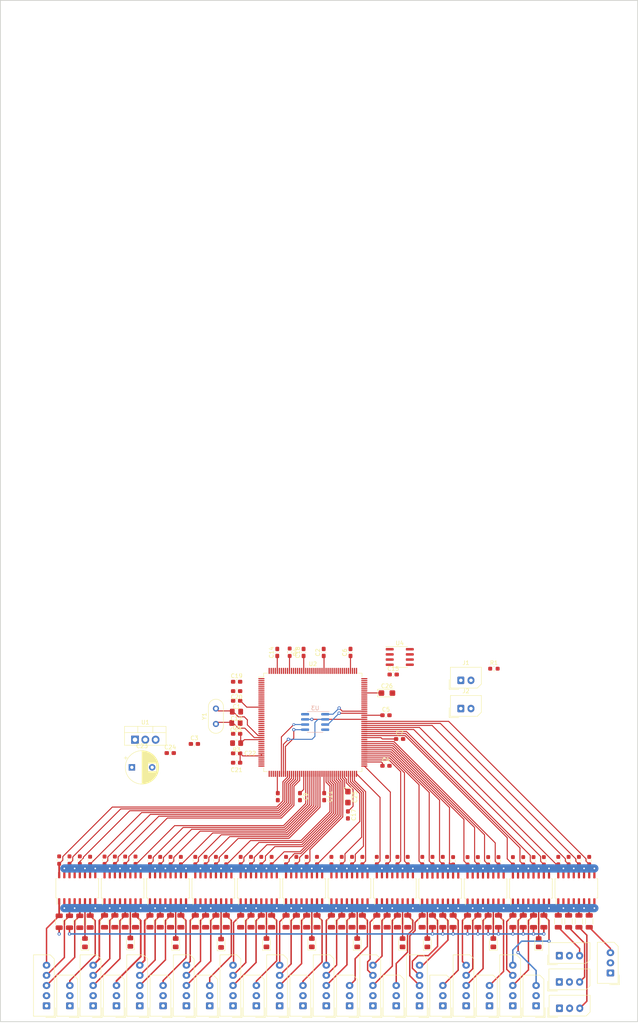
<source format=kicad_pcb>
(kicad_pcb (version 20221018) (generator pcbnew)
  (layers (0 "F.Cu" signal) (31 "B.Cu" signal) (34 "B.Paste" user) (35 "F.Paste" user) (36 "B.SilkS" user "B.Silkscreen") (37 "F.SilkS" user "F.Silkscreen") (38 "B.Mask" user) (39 "F.Mask" user) (44 "Edge.Cuts" user))
  (net 0 "")
  (net 1 "Net-(U2-PH1)")
  (net 2 "Net-(U2-NRST)")
  (net 3 "Net-(U2-VCAP_2)")
  (net 4 "Net-(U2-BOOT0)")
  (net 5 "CS0")
  (net 8 "CS1")
  (net 11 "CS2")
  (net 59 "Net-(U2-VCAP_1)")
  (net 60 "Net-(U2-PH0)")
  (net 62 "VBAT")
  (net 63 "GND")
  (net 64 "+3.3V")
  (net 65 "FRAM_CS")
  (net 66 "SPI1_MISO")
  (net 67 "FRAM_WP")
  (net 68 "SPI1_MOSI")
  (net 69 "SPI1_SCK")
  (net 70 "FRAM_HOLD")
  (net 71 "EMERGENCY")
  (net 72 "CS3")
  (net 73 "CS4")
  (net 74 "CS5")
  (net 75 "SPI3_MOSI")
  (net 76 "SPI3_MISO")
  (net 77 "SPI3_SCK")
  (net 78 "CS6")
  (net 79 "CS7")
  (net 80 "DIAG0_7")
  (net 81 "DIAG0_6")
  (net 82 "DIAG0_5")
  (net 83 "DIAG0_4")
  (net 84 "DIAG0_3")
  (net 85 "SWCLK")
  (net 86 "SPI2_MOSI")
  (net 87 "SPI2_MISO")
  (net 88 "SPI2_SCK")
  (net 89 "ADC_CS")
  (net 90 "INVERTER")
  (net 91 "SWDIO")
  (net 92 "CAN1_TX")
  (net 93 "CAN1_RX")
  (net 94 "USART1_RX")
  (net 95 "USART1_TX")
  (net 96 "H14")
  (net 97 "H13")
  (net 98 "H12")
  (net 99 "H11")
  (net 100 "EA10")
  (net 101 "EZ10")
  (net 102 "H10")
  (net 103 "EB10")
  (net 104 "H9")
  (net 105 "EZ9")
  (net 106 "EB9")
  (net 107 "EA9")
  (net 108 "H8")
  (net 109 "EA8")
  (net 110 "EB8")
  (net 111 "EZ8")
  (net 112 "H7")
  (net 113 "EZ7")
  (net 114 "EA7")
  (net 115 "EB7")
  (net 116 "H6")
  (net 117 "EZ6")
  (net 118 "EB6")
  (net 119 "H5")
  (net 120 "EA6")
  (net 121 "EZ5")
  (net 122 "EB5")
  (net 123 "EA5")
  (net 124 "H4")
  (net 125 "EZ4")
  (net 126 "EB4")
  (net 127 "EA4")
  (net 128 "H3")
  (net 129 "EZ3")
  (net 130 "EB3")
  (net 131 "EA3")
  (net 132 "H2")
  (net 133 "EZ2")
  (net 134 "EB2")
  (net 135 "EA2")
  (net 136 "H1")
  (net 137 "EZ1")
  (net 138 "EB1")
  (net 139 "EA1")
  (net 140 "H0")
  (net 141 "EZ0")
  (net 142 "EB0")
  (net 143 "EA0")
  (net 144 "BUZZER")
  (net 145 "DIAG0_0")
  (net 146 "DIAG0_1")
  (net 147 "DIAG0_2")
  (net 148 "CAN1H")
  (net 149 "CAN1L")
  (net 150 "+5V")
  (net 151 "GND1")
  (net 152 "S_EZ0")
  (net 153 "+12V")
  (net 154 "Net-(D1-A)")
  (net 155 "S_EB0")
  (net 156 "S_EA0")
  (net 157 "S_H0")
  (net 158 "Net-(D2-A)")
  (net 159 "S_EZ1")
  (net 160 "S_EB1")
  (net 161 "S_EA1")
  (net 162 "S_H1")
  (net 163 "Net-(D3-A)")
  (net 164 "Net-(D4-A)")
  (net 165 "S_EZ2")
  (net 166 "S_EB2")
  (net 167 "S_EA2")
  (net 168 "S_H2")
  (net 169 "S_EZ3")
  (net 170 "S_EB3")
  (net 171 "S_EA3")
  (net 172 "S_H3")
  (net 173 "Net-(D5-A)")
  (net 174 "Net-(D6-A)")
  (net 175 "Net-(D7-A)")
  (net 176 "Net-(D8-A)")
  (net 177 "S_EZ4")
  (net 178 "S_EB4")
  (net 179 "S_EA4")
  (net 180 "S_H4")
  (net 181 "S_EZ5")
  (net 182 "S_EB5")
  (net 183 "S_EA5")
  (net 184 "S_H5")
  (net 185 "S_EZ6")
  (net 186 "S_EB6")
  (net 187 "S_EA6")
  (net 188 "S_H6")
  (net 189 "S_EZ7")
  (net 190 "S_EB7")
  (net 191 "S_EA7")
  (net 192 "S_H7")
  (net 193 "Net-(D9-A)")
  (net 194 "Net-(D10-A)")
  (net 195 "Net-(D11-A)")
  (net 196 "S_EZ8")
  (net 197 "S_EB8")
  (net 198 "S_EA8")
  (net 199 "S_H8")
  (net 200 "S_EZ9")
  (net 201 "S_EB9")
  (net 202 "S_EA9")
  (net 203 "S_H9")
  (net 204 "S_EZ10")
  (net 205 "S_EB10")
  (net 206 "S_EA10")
  (net 207 "S_H10")
  (net 208 "S_H12")
  (net 209 "S_H11")
  (net 210 "S_H13")
  (net 211 "S_H14")
  (net 212 "Net-(R92-Pad1)")
  (net 213 "Net-(R94-Pad1)")
  (net 214 "Net-(R96-Pad1)")
  (net 215 "Net-(R98-Pad1)")
  (footprint "Connector_Molex:Molex_SPOX_5267-05A_1x05_P2.50mm_Vertical" (layer "F.Cu") (at -389.40958 161.21 90)
    (fp_text reference "J23" hide)
    (fp_text value "EN7")
  )
  (footprint "Resistor_SMD:R_1206_3216Metric" (layer "F.Cu") (at -440.182 140.4005 -90)
    (fp_text reference "R48" hide)
    (fp_text value "1.2k")
  )
  (footprint "Connector_Molex:Molex_SPOX_5267-03A_1x03_P2.50mm_Vertical" (layer "F.Cu") (at -365.364 153.122 90)
    (fp_text reference "J28" hide)
    (fp_text value "H7")
  )
  (footprint "Resistor_SMD:R_1206_3216Metric" (layer "F.Cu") (at -431.546 140.4005 -90)
    (fp_text reference "R54" hide)
    (fp_text value "1.2k")
  )
  (footprint "Resistor_SMD:R_0603_1608Metric_Pad0.98x0.95mm_HandSolder" (layer "F.Cu") (at -404.114 125.4995 90)
    (fp_text reference "R75" hide)
    (fp_text value "330")
  )
  (footprint "Resistor_SMD:R_1206_3216Metric" (layer "F.Cu") (at -395.478 140.4005 -90)
    (fp_text reference "R80" hide)
    (fp_text value "1.2k")
  )
  (footprint "Resistor_SMD:R_1206_3216Metric" (layer "F.Cu") (at -471.17 140.4005 -90)
    (fp_text reference "R26" hide)
    (fp_text value "1.2k")
  )
  (footprint "Package_SO:SOIC-16_4.55x10.3mm_P1.27mm" (layer "F.Cu") (at -440.817 132.282 90)
    (fp_text reference "U10" hide)
    (fp_text value "TLP291-4")
  )
  (footprint "LED_SMD:LED_0805_2012Metric_Pad1.15x1.40mm_HandSolder" (layer "F.Cu") (at -461.264 145.796 90)
    (fp_text reference "D4" hide)
    (fp_text value "LED")
  )
  (footprint "Package_SO:SOIC-16_4.55x10.3mm_P1.27mm" (layer "F.Cu") (at -429.641 132.282 90)
    (fp_text reference "U11" hide)
    (fp_text value "TLP291-4")
  )
  (footprint "Resistor_SMD:R_0603_1608Metric_Pad0.98x0.95mm_HandSolder" (layer "F.Cu") (at -451.358 125.4525 90)
    (fp_text reference "R41" hide)
    (fp_text value "330")
  )
  (footprint "Connector_Molex:Molex_SPOX_5267-05A_1x05_P2.50mm_Vertical" (layer "F.Cu") (at -435.35006 161.21 90)
    (fp_text reference "J15" hide)
    (fp_text value "EN6")
  )
  (footprint "LED_SMD:LED_0805_2012Metric_Pad1.15x1.40mm_HandSolder" (layer "F.Cu") (at -450.088 145.669 90)
    (fp_text reference "D5" hide)
    (fp_text value "LED")
  )
  (footprint "Connector_Molex:Molex_SPOX_5267-02A_1x02_P2.50mm_Vertical" (layer "F.Cu") (at -402.209 81.061)
    (fp_text reference "J1")
    (fp_text value "CAN1A")
  )
  (footprint "Resistor_SMD:R_1206_3216Metric" (layer "F.Cu") (at -442.722 140.4005 -90)
    (fp_text reference "R46" hide)
    (fp_text value "1.2k")
  )
  (footprint "Connector_Molex:Molex_SPOX_5267-05A_1x05_P2.50mm_Vertical" (layer "F.Cu") (at -504.26078 161.21 90)
    (fp_text reference "J3" hide)
    (fp_text value "EN0")
  )
  (footprint "LED_SMD:LED_0805_2012Metric_Pad1.15x1.40mm_HandSolder" (layer "F.Cu") (at -410.464 145.678 90)
    (fp_text reference "D9" hide)
    (fp_text value "LED")
  )
  (footprint "Resistor_SMD:R_0805_2012Metric_Pad1.20x1.40mm_HandSolder" (layer "F.Cu") (at -457.438 96.52 180)
    (fp_text reference "R3")
    (fp_text value "100K")
  )
  (footprint "Resistor_SMD:R_0603_1608Metric_Pad0.98x0.95mm_HandSolder" (layer "F.Cu") (at -434.086 125.4525 90)
    (fp_text reference "R53" hide)
    (fp_text value "330")
  )
  (footprint "Connector_Molex:Molex_SPOX_5267-02A_1x02_P2.50mm_Vertical" (layer "F.Cu") (at -402.209 88.011)
    (fp_text reference "J2")
    (fp_text value "CAN1B")
  )
  (footprint "Resistor_SMD:R_1206_3216Metric" (layer "F.Cu") (at -422.91 140.4005 -90)
    (fp_text reference "R60" hide)
    (fp_text value "1.2k")
  )
  (footprint "Resistor_SMD:R_0603_1608Metric_Pad0.98x0.95mm_HandSolder" (layer "F.Cu") (at -476.25 125.4525 90)
    (fp_text reference "R23" hide)
    (fp_text value "330")
  )
  (footprint "Connector_Molex:Molex_SPOX_5267-05A_1x05_P2.50mm_Vertical" (layer "F.Cu") (at -400.8947 161.21 90)
    (fp_text reference "J21" hide)
    (fp_text value "EN6")
  )
  (footprint "Resistor_SMD:R_1206_3216Metric" (layer "F.Cu") (at -400.558 140.4005 -90)
    (fp_text reference "R76" hide)
    (fp_text value "1.2k")
  )
  (footprint "Resistor_SMD:R_0603_1608Metric_Pad0.98x0.95mm_HandSolder" (layer "F.Cu") (at -394.059 78.191)
    (fp_text reference "R1")
    (fp_text value "R")
  )
  (footprint "Connector_Molex:Molex_SPOX_5267-03A_1x03_P2.50mm_Vertical" (layer "F.Cu") (at -377.952 148.859)
    (fp_text reference "J26" hide)
    (fp_text value "H7")
  )
  (footprint "Connector_Molex:Molex_SPOX_5267-03A_1x03_P2.50mm_Vertical" (layer "F.Cu") (at -383.66702 161.21 90)
    (fp_text reference "J24" hide)
    (fp_text value "H7")
  )
  (footprint "Capacitor_SMD:C_0603_1608Metric_Pad1.08x0.95mm_HandSolder" (layer "F.Cu") (at -457.4325 101.346 180)
    (fp_text reference "C21")
    (fp_text value "0.1uF")
  )
  (footprint "Package_SO:SOIC-16_4.55x10.3mm_P1.27mm" (layer "F.Cu") (at -407.289 132.334 90)
    (fp_text reference "U13" hide)
    (fp_text value "TLP291-4")
  )
  (footprint "Package_SO:SOIC-16_4.55x10.3mm_P1.27mm" (layer "F.Cu") (at -463.169 132.282 90)
    (fp_text reference "U8" hide)
    (fp_text value "TLP291-4")
  )
  (footprint "Capacitor_SMD:C_0603_1608Metric_Pad1.08x0.95mm_HandSolder" (layer "F.Cu") (at -457.4325 83.719375 180)
    (fp_text reference "C20")
    (fp_text value "0.1uF")
  )
  (footprint "Resistor_SMD:R_0603_1608Metric_Pad0.98x0.95mm_HandSolder" (layer "F.Cu") (at -489.966 125.3725 90)
    (fp_text reference "R13" hide)
    (fp_text value "330")
  )
  (footprint "Connector_Molex:Molex_SPOX_5267-03A_1x03_P2.50mm_Vertical" (layer "F.Cu") (at -464.06286 161.21 90)
    (fp_text reference "J10" hide)
    (fp_text value "H3")
  )
  (footprint "Connector_Molex:Molex_SPOX_5267-03A_1x03_P2.50mm_Vertical" (layer "F.Cu") (at -395.15214 161.21 90)
    (fp_text reference "J22" hide)
    (fp_text value "H6")
  )
  (footprint "Resistor_SMD:R_0603_1608Metric_Pad0.98x0.95mm_HandSolder" (layer "F.Cu") (at -415.29 125.4525 90)
    (fp_text reference "R67" hide)
    (fp_text value "330")
  )
  (footprint "LED_SMD:LED_0805_2012Metric_Pad1.15x1.40mm_HandSolder" (layer "F.Cu") (at -394.208 145.669 90)
    (fp_text reference "D10" hide)
    (fp_text value "LED")
  )
  (footprint "Resistor_SMD:R_0603_1608Metric_Pad0.98x0.95mm_HandSolder" (layer "F.Cu") (at -482.346 125.3725 90)
    (fp_text reference "R19" hide)
    (fp_text value "330")
  )
  (footprint "Connector_Molex:Molex_SPOX_5267-05A_1x05_P2.50mm_Vertical" (layer "F.Cu") (at -446.83518 161.21 90)
    (fp_text reference "J13" hide)
    (fp_text value "EN5")
  )
  (footprint "Package_SO:SOIC-8_3.9x4.9mm_P1.27mm" (layer "F.Cu") (at -417.257 75.311)
    (fp_text reference "U4")
    (fp_text value "SN65HVD232D")
  )
  (footprint "Resistor_SMD:R_1206_3216Metric" (layer "F.Cu") (at -370.586 140.4005 -90)
    (fp_text reference "R98" hide)
    (fp_text value "1.2k")
  )
  (footprint "LED_SMD:LED_0805_2012Metric_Pad1.15x1.40mm_HandSolder" (layer "F.Cu") (at -383.032 145.669 90)
    (fp_text reference "D11" hide)
    (fp_text value "LED")
  )
  (footprint "Capacitor_SMD:C_0603_1608Metric_Pad1.08x0.95mm_HandSolder" (layer "F.Cu") (at -440.944 74.1945 90)
    (fp_text reference "C18")
    (fp_text value "0.1uF")
  )
  (footprint "Resistor_SMD:R_0603_1608Metric_Pad0.98x0.95mm_HandSolder" (layer "F.Cu") (at -465.074 125.4525 90)
    (fp_text reference "R31" hide)
    (fp_text value "330")
  )
  (footprint "Resistor_SMD:R_1206_3216Metric" (layer "F.Cu") (at -415.29 140.4005 -90)
    (fp_text reference "R66" hide)
    (fp_text value "1.2k")
  )
  (footprint "Resistor_SMD:R_1206_3216Metric" (layer "F.Cu") (at -420.37 140.4005 -90)
    (fp_text reference "R62" hide)
    (fp_text value "1.2k")
  )
  (footprint "Connector_Molex:Molex_SPOX_5267-03A_1x03_P2.50mm_Vertical" (layer "F.Cu") (at -452.57774 161.21 90)
    (fp_text reference "J12" hide)
    (fp_text value "H4")
  )
  (footprint "Resistor_SMD:R_0603_1608Metric_Pad0.98x0.95mm_HandSolder" (layer "F.Cu") (at -378.206 125.4525 90)
    (fp_text reference "R93" hide)
    (fp_text value "330")
  )
  (footprint "Resistor_SMD:R_1206_3216Metric" (layer "F.Cu") (at -489.966 140.4005 -90)
    (fp_text reference "R12" hide)
    (fp_text value "1.2k")
  )
  (footprint "Resistor_SMD:R_1206_3216Metric" (layer "F.Cu") (at -445.262 140.4005 -90)
    (fp_text reference "R44" hide)
    (fp_text value "1.2k")
  )
  (footprint "Resistor_SMD:R_1206_3216Metric" (layer "F.Cu") (at -501.142 140.5045 -90)
    (fp_text reference "R8" hide)
    (fp_text value "1.2k")
  )
  (footprint "Package_TO_SOT_THT:TO-220-3_Vertical" (layer "F.Cu") (at -482.469698 95.679)
    (fp_text reference "U1")
    (fp_text value "LF33_TO220")
  )
  (footprint "Capacitor_SMD:C_0603_1608Metric_Pad1.08x0.95mm_HandSolder" (layer "F.Cu") (at -441.833 109.7015 -90)
    (fp_text reference "C9")
    (fp_text value "0.1uF")
  )
  (footprint "Resistor_SMD:R_0603_1608Metric_Pad0.98x0.95mm_HandSolder" (layer "F.Cu") (at -445.262 125.4525 90)
    (fp_text reference "R45" hide)
    (fp_text value "330")
  )
  (footprint "Capacitor_SMD:C_0805_2012Metric_Pad1.18x1.45mm_HandSolder" (layer "F.Cu") (at -457.4755 88.773 180)
    (fp_text reference "C12")
    (fp_text value "20pF")
  )
  (footprint "Package_SO:SOIC-16_4.55x10.3mm_P1.27mm" (layer "F.Cu") (at -384.937 132.334 90)
    (fp_text reference "U15" hide)
    (fp_text value "TLP291-4")
  )
  (footprint "Resistor_SMD:R_0603_1608Metric_Pad0.98x0.95mm_HandSolder" (layer "F.Cu") (at -462.534 125.4525 90)
    (fp_text reference "R33" hide)
    (fp_text value "330")
  )
  (footprint "Resistor_SMD:R_0603_1608Metric_Pad0.98x0.95mm_HandSolder" (layer "F.Cu") (at -487.426 125.3725 90)
    (fp_text reference "R15" hide)
    (fp_text value "330")
  )
  (footprint "Resistor_SMD:R_1206_3216Metric" (layer "F.Cu") (at -437.642 140.4005 -90)
    (fp_text reference "R50" hide)
    (fp_text value "1.2k")
  )
  (footprint "Connector_Molex:Molex_SPOX_5267-03A_1x03_P2.50mm_Vertical" (layer "F.Cu") (at -377.952 155.336)
    (fp_text reference "J25" hide)
    (fp_text value "H7")
  )
  (footprint "Resistor_SMD:R_0603_1608Metric_Pad0.98x0.95mm_HandSolder" (layer "F.Cu") (at -420.37 125.4525 90)
    (fp_text reference "R63" hide)
    (fp_text value "330")
  )
  (footprint "Resistor_SMD:R_0603_1608Metric_Pad0.98x0.95mm_HandSolder" (layer "F.Cu") (at -417.83 125.4525 90)
    (fp_text reference "R65" hide)
    (fp_text value "330")
  )
  (footprint "Capacitor_Tantalum_SMD:CP_EIA-3216-18_Kemet-A" (layer "F.Cu") (at -430.022 109.808 -90)
    (fp_text reference "C25")
    (fp_text value "C_Polarized_US")
  )
  (footprint "Resistor_SMD:R_0603_1608Metric_Pad0.98x0.95mm_HandSolder" (layer "F.Cu") (at -484.886 125.3725 90)
    (fp_text reference "R17" hide)
    (fp_text value "330")
  )
  (footprint "Resistor_SMD:R_0603_1608Metric_Pad0.98x0.95mm_HandSolder" (layer "F.Cu") (at -398.018 125.4995 90)
    (fp_text reference "R79" hide)
    (fp_text value "330")
  )
  (footprint "Resistor_SMD:R_0603_1608Metric_Pad0.98x0.95mm_HandSolder" (layer "F.Cu") (at -431.546 125.4525 90)
    (fp_text reference "R55" hide)
    (fp_text value "330")
  )
  (footprint "Capacitor_SMD:C_0603_1608Metric_Pad1.08x0.95mm_HandSolder" (layer "F.Cu") (at -420.6505 102.108)
    (fp_text reference "C4")
    (fp_text value "0.1uF")
  )
  (footprint "Resistor_SMD:R_1206_3216Metric" (layer "F.Cu") (at -465.074 140.4005 -90)
    (fp_text reference "R30" hide)
    (fp_text value "1.2k")
  )
  (footprint "Resistor_SMD:R_1206_3216Metric" (layer "F.Cu") (at -392.938 140.4005 -90)
    (fp_text reference "R82" hide)
    (fp_text value "1.2k")
  )
  (footprint "Connector_Molex:Molex_SPOX_5267-03A_1x03_P2.50mm_Vertical" (layer "F.Cu") (at -406.63726 161.21 90)
    (fp_text reference "J20" hide)
    (fp_text value "H5")
  )
  (footprint "Resistor_SMD:R_1206_3216Metric" (layer "F.Cu") (at -487.426 140.4005 -90)
    (fp_text reference "R14" hide)
    (fp_text value "1.2k")
  )
  (footprint "Resistor_SMD:R_1206_3216Metric" (layer "F.Cu") (at -498.602 140.5045 -90)
    (fp_text reference "R6" hide)
    (fp_text value "1.2k")
  )
  (footprint "Connector_Molex:Molex_SPOX_5267-03A_1x03_P2.50mm_Vertical" (layer "F.Cu") (at -377.912 161.813)
    (fp_text reference "J27" hide)
    (fp_text value "H7")
  )
  (footprint "Capacitor_SMD:C_0603_1608Metric_Pad1.08x0.95mm_HandSolder" (layer "F.Cu") (at -435.991 74.1945 90)
    (fp_text reference "C2")
    (fp_text value "0.1uF")
  )
  (footprint "Resistor_SMD:R_1206_3216Metric" (layer "F.Cu") (at -411.734 140.4005 -90)
    (fp_text reference "R68" hide)
    (fp_text value "1.2k")
  )
  (footprint "Capacitor_SMD:C_0603_1608Metric_Pad1.08x0.95mm_HandSolder" (layer "F.Cu") (at -418.8725 79.629)
    (fp_text reference "C15")
    (fp_text value "15pF")
  )
  (footprint "Resistor_SMD:R_1206_3216Metric" (layer "F.Cu") (at -386.842 140.4005 -90)
    (fp_text reference "R86" hide)
    (fp_text value "1.2k")
  )
  (footprint "Resistor_SMD:R_0603_1608Metric_Pad0.98x0.95mm_HandSolder" (layer "F.Cu") (at -456.438 125.4525 90)
    (fp_text reference "R37" hide)
    (fp_text value "330")
  )
  (footprint "Connector_Molex:Molex_SPOX_5267-03A_1x03_P2.50mm_Vertical" (layer "F.Cu") (at -487.0331 161.21 90)
    (fp_text reference "J6" hide)
    (fp_text value "H1")
  )
  (footprint "Package_SO:SOIC-16_4.55x10.3mm_P1.27mm" (layer "F.Cu") (at -485.521 132.282 90)
    (fp_text reference "U6" hide)
    (fp_text value "TLP291-4")
  )
  (footprint "Resistor_SMD:R_0603_1608Metric_Pad0.98x0.95mm_HandSolder" (layer "F.Cu") (at -422.91 125.4525 90)
    (fp_text reference "R61" hide)
    (fp_text value "330")
  )
  (footprint "Resistor_SMD:R_0603_1608Metric_Pad0.98x0.95mm_HandSolder" (layer "F.Cu") (at -395.478 125.4995 90)
    (fp_text reference "R81" hide)
    (fp_text value "330")
  )
  (footprint "Capacitor_SMD:C_0603_1608Metric_Pad1.08x0.95mm_HandSolder" (layer "F.Cu") (at -457.4275 86.106 180)
    (fp_text reference "C1")
    (fp_text value "0.1uF")
  )
  (footprint "Resistor_SMD:R_0603_1608Metric_Pad0.98x0.95mm_HandSolder" (layer "F.Cu") (at -429.006 125.4525 90)
    (fp_text reference "R57" hide)
    (fp_text value "330")
  )
  (footprint "Connector_Molex:Molex_SPOX_5267-05A_1x05_P2.50mm_Vertical" (layer "F.Cu") (at -412.37982 161.21 90)
    (fp_text reference "J19" hide)
    (fp_text value "EN5")
  )
  (footprint "Capacitor_SMD:C_0603_1608Metric_Pad1.08x0.95mm_HandSolder" (layer "F.Cu") (at -447.294 109.7015 -90)
    (fp_text reference "C10" hide)
    (fp_text value "0.1uF")
  )
  (footprint "Resistor_SMD:R_0603_1608Metric_Pad0.98x0.95mm_HandSolder" (layer "F.Cu") (at -426.466 125.4525 90)
    (fp_text reference "R59" hide)
    (fp_text value "330")
  )
  (footprint "Connector_Molex:Molex_SPOX_5267-05A_1x05_P2.50mm_Vertical" (layer "F.Cu") (at -423.86494 161.21 90)
    (fp_text reference "J17" hide)
    (fp_text value "EN7")
  )
  (footprint "Resistor_SMD:R_1206_3216Metric" (layer "F.Cu") (at -473.71 140.4005 -90)
    (fp_text reference "R24" hide)
    (fp_text value "1.2k")
  )
  (footprint "Resistor_SMD:R_0603_1608Metric_Pad0.98x0.95mm_HandSolder" (layer "F.Cu") (at -493.522 125.4045 90)
    (fp_text reference "R11" hide)
    (fp_text value "330")
  )
  (footprint "Resistor_SMD:R_1206_3216Metric" (layer "F.Cu") (at -398.018 140.4005 -90)
    (fp_text reference "R78" hide)
    (fp_text value "1.2k")
  )
  (footprint "Connector_Molex:Molex_SPOX_5267-05A_1x05_P2.50mm_Vertical" (layer "F.Cu") (at -492.77566 161.21 90)
    (fp_text reference "J5" hide)
    (fp_text value "EN1")
  )
  (footprint "Connector_Molex:Molex_SPOX_5267-05A_1x05_P2.50mm_Vertical" (layer "F.Cu") (at -458.3203 161.21 90)
    (fp_text reference "J11" hide)
    (fp_text value "EN4")
  )
  (footprint "Resistor_SMD:R_0603_1608Metric_Pad0.98x0.95mm_HandSolder" (layer "F.Cu") (at -448.818 125.4525 90)
    (fp_text reference "R43" hide)
    (fp_text value "330")
  )
  (footprint "Resistor_SMD:R_0603_1608Metric_Pad0.98x0.95mm_HandSolder" (layer "F.Cu") (at -389.382 125.4995 90)
    (fp_text reference "R85" hide)
    (fp_text value "330")
  )
  (footprint "Resistor_SMD:R_1206_3216Metric" (layer "F.Cu") (at -426.466 140.4005 -90)
    (fp_text reference "R58" hide)
    (fp_text value "1.2k")
  )
  (footprint "Resistor_SMD:R_1206_3216Metric" (layer "F.Cu") (at -476.25 140.4005 -90)
    (fp_text reference "R22" hide)
    (fp_text value "1.2k")
  )
  (footprint "Capacitor_SMD:C_0805_2012Metric_Pad1.18x1.45mm_HandSolder" (layer "F.Cu") (at -457.6025 91.567 180)
    (fp_text reference "C13")
    (fp_text value "20pF")
  )
  (footprint "Resistor_SMD:R_1206_3216Metric" (layer "F.Cu") (at -409.194 140.4005 -90)
    (fp_text reference "R70" hide)
    (fp_text value "1.2k")
  )
  (footprint "Resistor_SMD:R_0603_1608Metric_Pad0.98x0.95mm_HandSolder" (layer "F.Cu") (at -467.614 125.4525 90)
    (fp_text reference "R29" hide)
    (fp_text value "330")
  )
  (footprint "Package_SO:SOIC-16_4.55x10.3mm_P1.27mm" (layer "F.Cu") (at -418.465 132.282 90)
    (fp_text reference "U12" hide)
    (fp_text value "TLP291-4")
  )
  (footprint "Resistor_SMD:R_0603_1608Metric_Pad0.98x0.95mm_HandSolder" (layer "F.Cu") (at -409.194 125.4525 90)
    (fp_text reference "R71" hide)
    (fp_text value "330")
  )
  (footprint "Resistor_SMD:R_1206_3216Metric" (layer "F.Cu") (at -378.206 140.4005 -90)
    (fp_text reference "R92" hide)
    (fp_text value "1.2k")
  )
  (footprint "Resistor_SMD:R_1206_3216Metric" (layer "F.Cu") (at -462.534 140.4005 -90)
    (fp_text reference "R32" hide)
    (fp_text value "1.2k")
  )
  (footprint "Resistor_SMD:R_0603_1608Metric_Pad0.98x0.95mm_HandSolder" (layer "F.Cu") (at -373.126 125.4525 90)
    (fp_text reference "R97" hide)
    (fp_text value "330")
  )
  (footprint "Connector_Molex:Molex_SPOX_5267-03A_1x03_P2.50mm_Vertical" (layer "F.Cu") (at -418.12238 161.21 90)
    (fp_text reference "J18" hide)
    (fp_text value "H7")
  )
  (footprint "LED_SMD:LED_0805_2012Metric_Pad1.15x1.40mm_HandSolder" (layer "F.Cu") (at -494.792 145.669 90)
    (fp_text reference "D1" hide)
    (fp_text value "LED")
  )
  (footprint "Resistor_SMD:R_1206_3216Metric" (layer "F.Cu") (at -482.346 140.4005 -90)
    (fp_text reference "R18" hide)
    (fp_text value "1.2k")
  )
  (footprint "Resistor_SMD:R_1206_3216Metric" (layer "F.Cu") (at -478.79 140.4005 -90)
    (fp_text reference "R20" hide)
    (fp_text value "1.2k")
  )
  (footprint "Connector_Molex:Molex_SPOX_5267-03A_1x03_P2.50mm_Vertical" (layer "F.Cu") (at -441.09262 161.21 90)
    (fp_text reference "J14" hide)
    (fp_text value "H5")
  )
  (footprint "Connector_Molex:Molex_SPOX_5267-05A_1x05_P2.50mm_Vertical" (layer "F.Cu") (at -481.29054 161.21 90)
    (fp_text reference "J7" hide)
    (fp_text value "EN2")
  )
  (footprint "LED_SMD:LED_0805_2012Metric_Pad1.15x1.40mm_HandSolder" (layer "F.Cu") (at -472.44 145.669 90)
    (fp_text reference "D3" hide)
    (fp_text value "LED")
  )
  (footprint "Resistor_SMD:R_0603_1608Metric_Pad0.98x0.95mm_HandSolder" (layer "F.Cu") (at -471.17 125.4525 90)
    (fp_text reference "R27" hide)
    (fp_text value "330")
  )
  (footprint "Connector_Molex:Molex_SPOX_5267-03A_1x03_P2.50mm_Vertical" (layer "F.Cu") (at -475.54798 161.21 90)
    (fp_text reference "J8" hide)
    (fp_text value "H2")
  )
  (footprint "LED_SMD:LED_0805_2012Metric_Pad1.15x1.40mm_HandSolder" (layer "F.Cu") (at -438.912 145.669 90)
    (fp_text reference "D6" hide)
    (fp_text value "LED")
  )
  (footprint "Resistor_SMD:R_0603_1608Metric_Pad0.98x0.95mm_HandSolder" (layer "F.Cu") (at -473.71 125.4525 90)
    (fp_text reference "R25" hide)
    (fp_text value "330")
  )
  (footprint "Capacitor_SMD:C_0603_1608Metric_Pad1.08x0.95mm_HandSolder" (layer "F.Cu") (at -417.2955 95.504)
    (fp_text reference "C7")
    (fp_text value "0.1uF")
  )
  (footprint "Resistor_SMD:R_1206_3216Metric" (layer "F.Cu") (at -375.666 140.4005 -90)
    (fp_text reference "R94" hide)
    (fp_text value "1.2k")
  )
  (footprint "Resistor_SMD:R_0603_1608Metric_Pad0.98x0.95mm_HandSolder" (layer "F.Cu") (at -400.558 125.4995 90)
    (fp_text reference "R77" hide)
    (fp_text value "330")
  )
  (footprint "Resistor_SMD:R_1206_3216Metric" (layer "F.Cu") (at -467.614 140.4005 -90)
    (fp_text reference "R28" hide)
    (fp_text value "1.2k")
  )
  (footprint "Capacitor_SMD:C_0603_1608Metric_Pad1.08x0.95mm_HandSolder" (layer "F.Cu") (at -457.4325 81.407)
    (fp_text reference "C19")
    (fp_text value "4.7uF")
  )
  (footprint "Capacitor_SMD:C_0603_1608Metric_Pad1.08x0.95mm_HandSolder" (layer "F.Cu") (at -429.387 74.1945 90)
    (fp_text reference "C6")
    (fp_text value "0.1uF")
  )
  (footprint "Resistor_SMD:R_0603_1608Metric_Pad0.98x0.95mm_HandSolder" (layer "F.Cu") (at -453.898 125.4525 90)
    (fp_text reference "R39" hide)
    (fp_text value "330")
  )
  (footprint "Resistor_SMD:R_0603_1608Metric_Pad0.98x0.95mm_HandSolder" (layer "F.Cu") (at -386.842 125.4995 90)
    (fp_text reference "R87" hide)
    (fp_text value "330")
  )
  (footprint "Resistor_SMD:R_0603_1608Metric_Pad0.98x0.95mm_HandSolder" (layer "F.Cu") (at -459.994 125.4525 90)
    (fp_text reference "R35" hide)
    (fp_text value "330")
  )
  (footprint "Capacitor_SMD:C_0603_1608Metric_Pad1.08x0.95mm_HandSolder" (layer "F.Cu") (at -467.8415 96.72125)
    (fp_text reference "C3")
    (fp_text value "0.1uF")
  )
  (footprint "Resistor_SMD:R_0603_1608Metric_Pad0.98x0.95mm_HandSolder" (layer "F.Cu") (at -498.602 125.3295 90)
    (fp_text reference "R7" hide)
    (fp_text value "330")
  )
  (footprint "Resistor_SMD:R_0603_1608Metric_Pad0.98x0.95mm_HandSolder" (layer "F.Cu") (at -496.062 125.3255 90)
    (fp_text reference "R5" hide)
    (fp_text value "330")
  )
  (footprint "Resistor_SMD:R_0603_1608Metric_Pad0.98x0.95mm_HandSolder" (layer "F.Cu") (at -411.704 125.4525 90)
    (fp_text reference "R69" hide)
    (fp_text value "330")
  )
  (footprint "Resistor_SMD:R_0603_1608Metric_Pad0.98x0.95mm_HandSolder" (layer "F.Cu") (at -478.79 125.4525 90)
    (fp_text reference "R21" hide)
    (fp_text value "330")
  )
  (footprint "Package_QFP:LQFP-176_24x24mm_P0.5mm" (layer "F.Cu") (at -438.658 91.4146)
    (fp_text reference "U2")
    (fp_text value "STM32F407IGTx")
  )
  (footprint "Package_SO:SOIC-16_4.55x10.3mm_P1.27mm" (layer "F.Cu") (at -373.761 132.282 90)
    (fp_text reference "U16" hide)
    (fp_text value "TLP291-4")
  )
  (footprint "Resistor_SMD:R_1206_3216Metric" (layer "F.Cu") (at -448.818 140.4005 -90)
    (fp_text reference "R42" hide)
    (fp_text value "1.2k")
  )
  (footprint "Capacitor_SMD:C_0603_1608Metric_Pad1.08x0.95mm_HandSolder" (layer "F.Cu") (at -447.421 74.1945 90)
    (fp_text reference "C14")
    (fp_text value "0.1uF")
  )
  (footprint "Capacitor_SMD:C_0603_1608Metric_Pad1.08x0.95mm_HandSolder" (layer "F.Cu") (at -457.4275 94.234)
    (fp_text reference "C8")
    (fp_text value "0.1uF")
  )
  (footprint "Package_SO:SOIC-16_4.55x10.3mm_P1.27mm" (layer "F.Cu") (at -474.345 132.282 90)
    (fp_text reference "U7" hide)
    (fp_text value "TLP291-4")
  )
  (footprint "Crystal:Crystal_HC52-6mm_Vertical" (layer "F.Cu") (at -462.534 91.811 90)
    (fp_text reference "Y1")
    (fp_text value "Crystal")
  )
  (footprint "Capacitor_SMD:C_0603_1608Metric_Pad1.08x0.95mm_HandSolder" (layer "F.Cu") (at -457.4325 99.033625 180)
    (fp_text reference "C22")
    (fp_text value "1uF")
  )
  (footprint "Resistor_SMD:R_0603_1608Metric_Pad0.98x0.95mm_HandSolder" (layer "F.Cu") (at -442.722 125.4525 90)
    (fp_text reference "R47" hide)
    (fp_text value "330")
  )
  (footprint "Connector_Molex:Molex_SPOX_5267-03A_1x03_P2.50mm_Vertical" (layer "F.Cu") (at -429.6075 161.21 90)
    (fp_text reference "J16" hide)
    (fp_text value "H6")
  )
  (footprint "Resistor_SMD:R_1206_3216Metric" (layer "F.Cu") (at -389.382 140.4005 -90)
    (fp_text reference "R84" hide)
    (fp_text value "1.2k")
  )
  (footprint "Capacitor_THT:CP_Radial_D8.0mm_P5.00mm" (layer "F.Cu") (at -483.235 102.489)
    (fp_text reference "C23")
    (fp_text value "2.2uF")
  )
  (footprint "Capacitor_SMD:C_0603_1608Metric_Pad1.08x0.95mm_HandSolder" (layer "F.Cu") (at -435.864 109.7015 -90)
    (fp_text reference "C11")
    (fp_text value "0.1uF")
  )
  (footprint "Resistor_SMD:R_1206_3216Metric" (layer "F.Cu") (at -451.358 140.4005 -90)
    (fp_text reference "R40" hide)
    (fp_text value "1.2k")
  )
  (footprint "Resistor_SMD:R_1206_3216Metric" (layer "F.Cu") (at -373.126 140.4005 -90)
    (fp_text reference "R96" hide)
    (fp_text value "1.2k")
  )
  (footprint "Resistor_SMD:R_1206_3216Metric" (layer "F.Cu") (at -404.114 140.4005 -90)
    (fp_text reference "R74" hide)
    (fp_text value "1.2k")
  )
  (footprint "Resistor_SMD:R_1206_3216Metric" (layer "F.Cu") (at -429.006 140.4005 -90)
    (fp_text reference "R56" hide)
    (fp_text value "1.2k")
  )
  (footprint "Resistor_SMD:R_1206_3216Metric" (layer "F.Cu") (at -453.898 140.4005 -90)
    (fp_text reference "R38" hide)
    (fp_text value "1.2k")
  )
  (footprint "Resistor_SMD:R_1206_3216Metric" (layer "F.Cu") (at -496.062 140.5045 -90)
    (fp_text reference "R2" hide)
    (fp_text value "1.2k")
  )
  (footprint "Resistor_SMD:R_1206_3216Metric" (layer "F.Cu") (at -406.654 140.4005 -90)
    (fp_text reference "R72" hide)
    (fp_text value "1.2k")
  )
  (footprint "Resistor_SMD:R_0603_1608Metric_Pad0.98x0.95mm_HandSolder" (layer "F.Cu") (at -381.762 125.4995 90)
    (fp_text reference "R91" hide)
    (fp_text value "330")
  )
  (footprint "Package_SO:SOIC-16_4.55x10.3mm_P1.27mm" (layer "F.Cu") (at -396.113 132.334 90)
    (fp_text reference "U14" hide)
    (fp_text value "TLP291-4")
  )
  (footprint "Resistor_SMD:R_1206_3216Metric" (layer "F.Cu") (at -456.438 140.4005 -90)
    (fp_text reference "R36" hide)
    (fp_text value "1.2k")
  )
  (footprint "Resistor_SMD:R_0603_1608Metric_Pad0.98x0.95mm_HandSolder" (layer "F.Cu") (at -384.302 125.4995 90)
    (fp_text reference "R89" hide)
    (fp_text value "330")
  )
  (footprint "Resistor_SMD:R_1206_3216Metric" (layer "F.Cu") (at -493.522 140.4525 -90)
    (fp_text reference "R10" hide)
    (fp_text value "1.2k")
  )
  (footprint "Capacitor_SMD:C_0603_1608Metric_Pad1.08x0.95mm_HandSolder" (layer "F.Cu") (at -420.6505 89.662)
    (fp_text reference "C5")
    (fp_text value "0.1uF")
  )
  (footprint "Resistor_SMD:R_1206_3216Metric" (layer "F.Cu") (at -384.302 140.4005 -90)
    (fp_text reference "R88" hide)
    (fp_text value "1.2k")
  )
  (footprint "Resistor_SMD:R_0603_1608Metric_Pad0.98x0.95mm_HandSolder" (layer "F.Cu") (at -406.654 125.4525 90)
    (fp_text reference "R73" hide)
    (fp_text value "330")
  )
  (footprint "Capacitor_SMD:C_0603_1608Metric_Pad1.08x0.95mm_HandSolder" (layer "F.Cu") (at -473.789698 98.969)
    (fp_text reference "C24")
    (fp_text value "0.1uF")
  )
  (footprint "Resistor_SMD:R_0603_1608Metric_Pad0.98x0.95mm_HandSolder" (layer "F.Cu") (at -375.666 125.4525 90)
    (fp_text reference "R95" hide)
    (fp_text value "330")
  )
  (footprint "Connector_Molex:Molex_SPOX_5267-03A_1x03_P2.50mm_Vertical" (layer "F.Cu") (at -498.51822 161.21 90)
    (fp_text reference "J4" hide)
    (fp_text value "H0")
  )
  (footprint "Resistor_SMD:R_1206_3216Metric" (layer "F.Cu") (at -417.83 140.4005 -90)
    (fp_text reference "R64" hide)
    (fp_text value "1.2k")
  )
  (footprint "Package_SO:SOIC-16_4.55x10.3mm_P1.27mm" (layer "F.Cu") (at -496.697 132.259 90)
    (fp_text reference "U5" hide)
    (fp_text value "TLP291-4")
  )
  (footprint "Resistor_SMD:R_1206_3216Metric" (layer "F.Cu") (at -484.886 140.4005 -90)
    (fp_text reference "R16" hide)
    (fp_text value "1.2k")
  )
  (footprint "Package_SO:SOIC-16_4.55x10.3mm_P1.27mm" (layer "F.Cu") (at -451.993 132.282 90)
    (fp_text reference "U9" hide)
    (fp_text value "TLP291-4")
  )
  (footprint "LED_SMD:LED_0805_2012Metric_Pad1.15x1.40mm_HandSolder" (layer "F.Cu") (at -416.56 145.678 90)
    (fp_text reference "D8" hide)
    (fp_text value "LED")
  )
  (footprint "Connector_Molex:Molex_SPOX_5267-05A_1x05_P2.50mm_Vertical" (layer "F.Cu") (at -469.80542 161.21 90)
    (fp_text reference "J9" hide)
    (fp_text value "EN3")
  )
  (footprint "Resistor_SMD:R_0603_1608Metric_Pad0.98x0.95mm_HandSolder" (layer "F.Cu") (at -501.142 125.3255 90)
    (fp_text reference "R9" hide)
    (fp_text value "330")
  )
  (footprint "LED_SMD:LED_0805_2012Metric_Pad1.15x1.40mm_HandSolder" (layer "F.Cu") (at -483.616 145.542 90)
    (fp_text reference "D2" hide)
    (fp_text value "LED")
  )
  (footprint "Capacitor_Tantalum_SMD:CP_EIA-3216-18_Kemet-A" (layer "F.Cu") (at -420.417 84.201)
    (fp_text reference "C26")
    (fp_text value "C_Polarized_US")
  )
  (footprint "Resistor_SMD:R_1206_3216Metric" (layer "F.Cu") (at -434.086 140.4005 -90)
    (fp_text reference "R52" hide)
    (fp_text value "1.2k")
  )
  (footprint "Resistor_SMD:R_0603_1608Metric_Pad0.98x0.95mm_HandSolder" (layer "F.Cu") (at -444.373 74.1445 -90)
    (fp_text reference "R4")
    (fp_text value "680")
  )
  (footprint "Resistor_SMD:R_0603_1608Metric_Pad0.98x0.95mm_HandSolder" (layer "F.Cu") (at -440.182 125.4525 90)
    (fp_text reference "R49" hide)
    (fp_text value "330")
  )
  (footprint "Resistor_SMD:R_0603_1608Metric_Pad0.98x0.95mm_HandSolder" (layer "F.Cu") (at -392.938 125.4995 90)
    (fp_text reference "R83" hide)
    (fp_text value "330")
  )
  (footprint "Resistor_SMD:R_0603_1608Metric_Pad0.98x0.95mm_HandSolder" (layer "F.Cu") (at -437.642 125.4525 90)
    (fp_text reference "R51" hide)
    (fp_text value "330")
  )
  (footprint "Resistor_SMD:R_1206_3216Metric" (layer "F.Cu") (at -381.762 140.4005 -90)
    (fp_text reference "R90" hide)
    (fp_text value "1.2k")
  )
  (footprint "Resistor_SMD:R_1206_3216Metric" (layer "F.Cu") (at -459.994 140.4005 -90)
    (fp_text reference "R34" hide)
    (fp_text value "1.2k")
  )
  (footprint "Resistor_SMD:R_0603_1608Metric_Pad0.98x0.95mm_HandSolder" (layer "F.Cu") (at -370.586 125.4525 90)
    (fp_text reference "R99" hide)
    (fp_text value "330")
  )
  (footprint "LED_SMD:LED_0805_2012Metric_Pad1.15x1.40mm_HandSolder" (layer "F.Cu") (at -427.736 145.669 90)
    (fp_text reference "D7" hide)
    (fp_text value "LED")
  )
  (footprint "Capacitor_SMD:C_0603_1608Metric_Pad1.08x0.95mm_HandSolder" (layer "F.Cu") (at -430.022 114.1995 -90)
    (fp_text reference "C17")
    (fp_text value "0.1uF")
  )
  (footprint "Package_SO:SOIC-8_3.9x4.9mm_P1.27mm" (layer "B.Cu") (at -438.088 91.313 180)
    (fp_text reference "U3")
    (fp_text value "MX25R3235FM2xx1")
  )
  (gr_rect (start -515.62 -86.36) (end -358.648 165.1) (stroke (width 0.2)) (fill none) (layer "Edge.Cuts"))
  (segment (start -458.47 91.4065) (end -457.0395 92.837) (width 0.25) (layer "F.Cu") (net 1))
  (segment (start -453.0944 95.1646) (end -451.333 95.1646) (width 0.25) (layer "F.Cu") (net 1))
  (segment (start -457.0395 92.837) (end -455.422 92.837) (width 0.25) (layer "F.Cu") (net 1))
  (segment (start -458.47 91.4065) (end -462.1295 91.4065) (width 0.25) (layer "F.Cu") (net 1))
  (segment (start -455.422 92.837) (end -453.0944 95.1646) (width 0.25) (layer "F.Cu") (net 1))
  (segment (start -462.1295 91.4065) (end -462.534 91.811) (width 0.25) (layer "F.Cu") (net 1))
  (segment (start -455.51335 95.6646) (end -451.333 95.6646) (width 0.25) (layer "F.Cu") (net 2))
  (segment (start -456.4325 94.188875) (end -456.4325 96.58375) (width 0.25) (layer "F.Cu") (net 2))
  (segment (start -456.4325 96.58375) (end -456.57 96.72125) (width 0.25) (layer "F.Cu") (net 2))
  (segment (start -456.57 96.72125) (end -455.51335 95.6646) (width 0.25) (layer "F.Cu") (net 2))
  (segment (start -422.1964 84.1646) (end -425.983 84.1646) (width 0.25) (layer "F.Cu") (net 3))
  (segment (start -444.373 75.184) (end -444.408 75.219) (width 0.25) (layer "F.Cu") (net 4))
  (segment (start -444.408 75.219) (end -444.408 78.7396) (width 0.25) (layer "F.Cu") (net 4))
  (segment (start -431.408 104.0896) (end -431.408 105.04376) (width 0.25) (layer "F.Cu") (net 59))
  (segment (start -430.842 107.638) (end -430.022 108.458) (width 0.25) (layer "F.Cu") (net 59))
  (segment (start -431.408 105.04376) (end -430.842 105.60976) (width 0.25) (layer "F.Cu") (net 59))
  (segment (start -430.842 105.60976) (end -430.842 107.638) (width 0.25) (layer "F.Cu") (net 59))
  (segment (start -454.787 90.805) (end -454.787 92.028364) (width 0.25) (layer "F.Cu") (net 60))
  (segment (start -457.021125 90.043) (end -455.549 90.043) (width 0.25) (layer "F.Cu") (net 60))
  (segment (start -461.950875 88.594125) (end -462.534 88.011) (width 0.25) (layer "F.Cu") (net 60))
  (segment (start -454.787 92.028364) (end -452.150764 94.6646) (width 0.25) (layer "F.Cu") (net 60))
  (segment (start -458.47 88.594125) (end -461.950875 88.594125) (width 0.25) (layer "F.Cu") (net 60))
  (segment (start -455.549 90.043) (end -454.787 90.805) (width 0.25) (layer "F.Cu") (net 60))
  (segment (start -458.47 88.594125) (end -457.021125 90.043) (width 0.25) (layer "F.Cu") (net 60))
  (segment (start -452.150764 94.6646) (end -451.333 94.6646) (width 0.25) (layer "F.Cu") (net 60))
  (segment (start -455.168 129.032) (end -455.168 127.381) (width 0.4318) (layer "F.Cu") (net 63))
  (segment (start -371.856 129.032) (end -371.856 127.381) (width 0.4318) (layer "F.Cu") (net 63))
  (segment (start -438.912 129.032) (end -438.912 127.381) (width 0.4318) (layer "F.Cu") (net 63))
  (segment (start -414.02 129.032) (end -414.02 127.381) (width 0.4318) (layer "F.Cu") (net 63))
  (segment (start -472.44 129.032) (end -472.44 127.381) (width 0.4318) (layer "F.Cu") (net 63))
  (segment (start -463.804 129.032) (end -463.804 127.381) (width 0.4318) (layer "F.Cu") (net 63))
  (segment (start -427.736 129.032) (end -427.736 127.381) (width 0.4318) (layer "F.Cu") (net 63))
  (segment (start -419.1 129.032) (end -419.1 127.381) (width 0.4318) (layer "F.Cu") (net 63))
  (segment (start -376.936 129.032) (end -376.936 127.381) (width 0.4318) (layer "F.Cu") (net 63))
  (segment (start -481.076 129.032) (end -481.076 127.381) (width 0.4318) (layer "F.Cu") (net 63))
  (segment (start -477.52 129.032) (end -477.52 127.381) (width 0.4318) (layer "F.Cu") (net 63))
  (segment (start -430.276 129.032) (end -430.276 127.381) (width 0.4318) (layer "F.Cu") (net 63))
  (segment (start -436.372 129.032) (end -436.372 127.381) (width 0.4318) (layer "F.Cu") (net 63))
  (segment (start -425.196 129.032) (end -425.196 127.381) (width 0.4318) (layer "F.Cu") (net 63))
  (segment (start -469.9 129.032) (end -469.9 127.381) (width 0.4318) (layer "F.Cu") (net 63))
  (segment (start -466.344 129.032) (end -466.344 127.381) (width 0.4318) (layer "F.Cu") (net 63))
  (segment (start -474.98 129.032) (end -474.98 127.381) (width 0.4318) (layer "F.Cu") (net 63))
  (segment (start -405.384 129.084) (end -405.384 127.381) (width 0.4318) (layer "F.Cu") (net 63))
  (segment (start -483.616 129.032) (end -483.616 127.381) (width 0.4318) (layer "F.Cu") (net 63))
  (segment (start -383.032 129.084) (end -383.032 127.381) (width 0.4318) (layer "F.Cu") (net 63))
  (segment (start -432.816 129.032) (end -432.816 127.381) (width 0.4318) (layer "F.Cu") (net 63))
  (segment (start -396.748 129.084) (end -396.748 127.381) (width 0.4318) (layer "F.Cu") (net 63))
  (segment (start -421.64 129.032) (end -421.64 127.381) (width 0.4318) (layer "F.Cu") (net 63))
  (segment (start -452.628 129.032) (end -452.628 127.381) (width 0.4318) (layer "F.Cu") (net 63))
  (segment (start -410.464 129.084) (end -410.464 127.381) (width 0.4318) (layer "F.Cu") (net 63))
  (segment (start -441.452 129.032) (end -441.452 127.381) (width 0.4318) (layer "F.Cu") (net 63))
  (segment (start -399.288 129.084) (end -399.288 127.381) (width 0.4318) (layer "F.Cu") (net 63))
  (segment (start -443.992 129.032) (end -443.992 127.381) (width 0.4318) (layer "F.Cu") (net 63))
  (segment (start -369.316 127.381) (end -369.316 129.032) (width 0.4318) (layer "F.Cu") (net 63))
  (segment (start -461.264 129.032) (end -461.264 127.381) (width 0.4318) (layer "F.Cu") (net 63))
  (segment (start -391.668 129.084) (end -391.668 127.381) (width 0.4318) (layer "F.Cu") (net 63))
  (segment (start -407.924 129.084) (end -407.924 127.381) (width 0.4318) (layer "F.Cu") (net 63))
  (segment (start -394.208 129.084) (end -394.208 127.381) (width 0.4318) (layer "F.Cu") (net 63))
  (segment (start -374.396 129.032) (end -374.396 127.381) (width 0.4318) (layer "F.Cu") (net 63))
  (segment (start -385.572 129.084) (end -385.572 127.381) (width 0.4318) (layer "F.Cu") (net 63))
  (segment (start -388.112 129.084) (end -388.112 127.381) (width 0.4318) (layer "F.Cu") (net 63))
  (segment (start -458.724 129.032) (end -458.724 127.381) (width 0.4318) (layer "F.Cu") (net 63))
  (segment (start -447.548 129.032) (end -447.548 127.381) (width 0.4318) (layer "F.Cu") (net 63))
  (segment (start -416.56 129.032) (end -416.56 127.381) (width 0.4318) (layer "F.Cu") (net 63))
  (segment (start -499.872 129.009) (end -499.872 127.381) (width 0.4318) (layer "F.Cu") (net 63))
  (segment (start -402.844 129.084) (end -402.844 127.381) (width 0.4318) (layer "F.Cu") (net 63))
  (segment (start -450.088 129.032) (end -450.088 127.381) (width 0.4318) (layer "F.Cu") (net 63))
  (segment (start -380.492 129.084) (end -380.492 127.381) (width 0.4318) (layer "F.Cu") (net 63))
  (via (at -438.912 127.381) (size 0.8) (drill 0.4) (layers "F.Cu" "B.Cu") (net 63))
  (via (at -474.98 127.381) (size 0.8) (drill 0.4) (layers "F.Cu" "B.Cu") (net 63))
  (via (at -450.088 127.381) (size 0.8) (drill 0.4) (layers "F.Cu" "B.Cu") (net 63))
  (via (at -432.816 127.381) (size 0.8) (drill 0.4) (layers "F.Cu" "B.Cu") (net 63))
  (via (at -455.168 127.381) (size 0.8) (drill 0.4) (layers "F.Cu" "B.Cu") (net 63))
  (via (at -492.252 127.381) (size 0.8) (drill 0.4) (layers "F.Cu" "B.Cu") (net 63))
  (via (at -421.64 127.381) (size 0.8) (drill 0.4) (layers "F.Cu" "B.Cu") (net 63))
  (via (at -371.856 127.381) (size 0.8) (drill 0.4) (layers "F.Cu" "B.Cu") (net 63))
  (via (at -399.288 127.381) (size 0.8) (drill 0.4) (layers "F.Cu" "B.Cu") (net 63))
  (via (at -388.112 127.381) (size 0.8) (drill 0.4) (layers "F.Cu" "B.Cu") (net 63))
  (via (at -447.548 127.381) (size 0.8) (drill 0.4) (layers "F.Cu" "B.Cu") (net 63))
  (via (at -374.396 127.381) (size 0.8) (drill 0.4) (layers "F.Cu" "B.Cu") (net 63))
  (via (at -430.276 127.381) (size 0.8) (drill 0.4) (layers "F.Cu" "B.Cu") (net 63))
  (via (at -469.9 127.381) (size 0.8) (drill 0.4) (layers "F.Cu" "B.Cu") (net 63))
  (via (at -394.208 127.381) (size 0.8) (drill 0.4) (layers "F.Cu" "B.Cu") (net 63))
  (via (at -407.924 127.381) (size 0.8) (drill 0.4) (layers "F.Cu" "B.Cu") (net 63))
  (via (at -376.936 127.381) (size 0.8) (drill 0.4) (layers "F.Cu" "B.Cu") (net 63))
  (via (at -425.196 127.381) (size 0.8) (drill 0.4) (layers "F.Cu" "B.Cu") (net 63))
  (via (at -383.032 127.381) (size 0.8) (drill 0.4) (layers "F.Cu" "B.Cu") (net 63))
  (via (at -463.804 127.381) (size 0.8) (drill 0.4) (layers "F.Cu" "B.Cu") (net 63))
  (via (at -402.844 127.381) (size 0.8) (drill 0.4) (layers "F.Cu" "B.Cu") (net 63))
  (via (at -486.156 127.381) (size 0.8) (drill 0.4) (layers "F.Cu" "B.Cu") (net 63))
  (via (at -494.792 127.381) (size 0.8) (drill 0.4) (layers "F.Cu" "B.Cu") (net 63))
  (via (at -499.872 127.381) (size 0.8) (drill 0.4) (layers "F.Cu" "B.Cu") (net 63))
  (via (at -419.1 127.381) (size 0.8) (drill 0.4) (layers "F.Cu" "B.Cu") (net 63))
  (via (at -488.696 127.381) (size 0.8) (drill 0.4) (layers "F.Cu" "B.Cu") (net 63))
  (via (at -441.452 127.381) (size 0.8) (drill 0.4) (layers "F.Cu" "B.Cu") (net 63))
  (via (at -483.616 127.381) (size 0.8) (drill 0.4) (layers "F.Cu" "B.Cu") (net 63))
  (via (at -472.44 127.381) (size 0.8) (drill 0.4) (layers "F.Cu" "B.Cu") (net 63))
  (via (at -410.464 127.381) (size 0.8) (drill 0.4) (layers "F.Cu" "B.Cu") (net 63))
  (via (at -466.344 127.381) (size 0.8) (drill 0.4) (layers "F.Cu" "B.Cu") (net 63))
  (via (at -369.316 127.381) (size 0.8) (drill 0.4) (layers "F.Cu" "B.Cu") (net 63))
  (via (at -443.992 127.381) (size 0.8) (drill 0.4) (layers "F.Cu" "B.Cu") (net 63))
  (via (at -477.52 127.381) (size 0.8) (drill 0.4) (layers "F.Cu" "B.Cu") (net 63))
  (via (at -461.264 127.381) (size 0.8) (drill 0.4) (layers "F.Cu" "B.Cu") (net 63))
  (via (at -427.736 127.381) (size 0.8) (drill 0.4) (layers "F.Cu" "B.Cu") (net 63))
  (via (at -385.572 127.381) (size 0.8) (drill 0.4) (layers "F.Cu" "B.Cu") (net 63))
  (via (at -414.02 127.381) (size 0.8) (drill 0.4) (layers "F.Cu" "B.Cu") (net 63))
  (via (at -405.384 127.381) (size 0.8) (drill 0.4) (layers "F.Cu" "B.Cu") (net 63))
  (via (at -497.332 127.381) (size 0.8) (drill 0.4) (layers "F.Cu" "B.Cu") (net 63))
  (via (at -452.628 127.381) (size 0.8) (drill 0.4) (layers "F.Cu" "B.Cu") (net 63))
  (via (at -380.492 127.381) (size 0.8) (drill 0.4) (layers "F.Cu" "B.Cu") (net 63))
  (via (at -458.724 127.381) (size 0.8) (drill 0.4) (layers "F.Cu" "B.Cu") (net 63))
  (via (at -391.668 127.381) (size 0.8) (drill 0.4) (layers "F.Cu" "B.Cu") (net 63))
  (via (at -481.076 127.381) (size 0.8) (drill 0.4) (layers "F.Cu" "B.Cu") (net 63))
  (via (at -396.748 127.381) (size 0.8) (drill 0.4) (layers "F.Cu" "B.Cu") (net 63))
  (via (at -416.56 127.381) (size 0.8) (drill 0.4) (layers "F.Cu" "B.Cu") (net 63))
  (via (at -436.372 127.381) (size 0.8) (drill 0.4) (layers "F.Cu" "B.Cu") (net 63))
  (segment (start -477.52 127.381) (end -474.98 127.381) (width 2.032) (layer "B.Cu") (net 63))
  (segment (start -405.384 127.381) (end -402.844 127.381) (width 2.032) (layer "B.Cu") (net 63))
  (segment (start -427.736 127.381) (end -425.196 127.381) (width 2.032) (layer "B.Cu") (net 63))
  (segment (start -421.64 127.381) (end -419.1 127.381) (width 2.032) (layer "B.Cu") (net 63))
  (segment (start -494.792 127.381) (end -492.252 127.381) (width 2.032) (layer "B.Cu") (net 63))
  (segment (start -452.628 127.381) (end -450.088 127.381) (width 2.032) (layer "B.Cu") (net 63))
  (segment (start -499.872 127.381) (end -497.332 127.381) (width 2.032) (layer "B.Cu") (net 63))
  (segment (start -486.156 127.381) (end -483.616 127.381) (width 2.032) (layer "B.Cu") (net 63))
  (segment (start -396.748 127.381) (end -394.208 127.381) (width 2.032) (layer "B.Cu") (net 63))
  (segment (start -436.372 127.381) (end -432.816 127.381) (width 2.032) (layer "B.Cu") (net 63))
  (segment (start -399.288 127.381) (end -396.748 127.381) (width 2.032) (layer "B.Cu") (net 63))
  (segment (start -414.02 127.381) (end -410.464 127.381) (width 2.032) (layer "B.Cu") (net 63))
  (segment (start -474.98 127.381) (end -472.44 127.381) (width 2.032) (layer "B.Cu") (net 63))
  (segment (start -432.816 127.381) (end -430.276 127.381) (width 2.032) (layer "B.Cu") (net 63))
  (segment (start -376.936 127.381) (end -374.396 127.381) (width 2.032) (layer "B.Cu") (net 63))
  (segment (start -461.264 127.381) (end -458.724 127.381) (width 2.032) (layer "B.Cu") (net 63))
  (segment (start -443.992 127.381) (end -441.452 127.381) (width 2.032) (layer "B.Cu") (net 63))
  (segment (start -388.112 127.381) (end -385.572 127.381) (width 2.032) (layer "B.Cu") (net 63))
  (segment (start -380.492 127.381) (end -376.936 127.381) (width 2.032) (layer "B.Cu") (net 63))
  (segment (start -438.912 127.381) (end -436.372 127.381) (width 2.032) (layer "B.Cu") (net 63))
  (segment (start -441.452 127.381) (end -438.912 127.381) (width 2.032) (layer "B.Cu") (net 63))
  (segment (start -391.668 127.381) (end -388.112 127.381) (width 2.032) (layer "B.Cu") (net 63))
  (segment (start -419.1 127.381) (end -416.56 127.381) (width 2.032) (layer "B.Cu") (net 63))
  (segment (start -497.332 127.381) (end -494.792 127.381) (width 2.032) (layer "B.Cu") (net 63))
  (segment (start -483.616 127.381) (end -481.076 127.381) (width 2.032) (layer "B.Cu") (net 63))
  (segment (start -385.572 127.381) (end -383.032 127.381) (width 2.032) (layer "B.Cu") (net 63))
  (segment (start -447.548 127.381) (end -443.992 127.381) (width 2.032) (layer "B.Cu") (net 63))
  (segment (start -469.9 127.381) (end -466.344 127.381) (width 2.032) (layer "B.Cu") (net 63))
  (segment (start -394.208 127.381) (end -391.668 127.381) (width 2.032) (layer "B.Cu") (net 63))
  (segment (start -458.724 127.381) (end -455.168 127.381) (width 2.032) (layer "B.Cu") (net 63))
  (segment (start -472.44 127.381) (end -469.9 127.381) (width 2.032) (layer "B.Cu") (net 63))
  (segment (start -425.196 127.381) (end -421.64 127.381) (width 2.032) (layer "B.Cu") (net 63))
  (segment (start -371.856 127.381) (end -369.316 127.381) (width 2.032) (layer "B.Cu") (net 63))
  (segment (start -488.696 127.381) (end -486.156 127.381) (width 2.032) (layer "B.Cu") (net 63))
  (segment (start -407.924 127.381) (end -405.384 127.381) (width 2.032) (layer "B.Cu") (net 63))
  (segment (start -374.396 127.381) (end -371.856 127.381) (width 2.032) (layer "B.Cu") (net 63))
  (segment (start -481.076 127.381) (end -477.52 127.381) (width 2.032) (layer "B.Cu") (net 63))
  (segment (start -466.344 127.381) (end -463.804 127.381) (width 2.032) (layer "B.Cu") (net 63))
  (segment (start -416.56 127.381) (end -414.02 127.381) (width 2.032) (layer "B.Cu") (net 63))
  (segment (start -402.844 127.381) (end -399.288 127.381) (width 2.032) (layer "B.Cu") (net 63))
  (segment (start -450.088 127.381) (end -447.548 127.381) (width 2.032) (layer "B.Cu") (net 63))
  (segment (start -455.168 127.381) (end -452.628 127.381) (width 2.032) (layer "B.Cu") (net 63))
  (segment (start -463.804 127.381) (end -461.264 127.381) (width 2.032) (layer "B.Cu") (net 63))
  (segment (start -430.276 127.381) (end -427.736 127.381) (width 2.032) (layer "B.Cu") (net 63))
  (segment (start -492.252 127.381) (end -488.696 127.381) (width 2.032) (layer "B.Cu") (net 63))
  (segment (start -410.464 127.381) (end -407.924 127.381) (width 2.032) (layer "B.Cu") (net 63))
  (segment (start -383.032 127.381) (end -380.492 127.381) (width 2.032) (layer "B.Cu") (net 63))
  (segment (start -440.908 104.0896) (end -440.908 107.914) (width 0.25) (layer "F.Cu") (net 64))
  (segment (start -440.944 75.057) (end -440.908 75.093) (width 0.25) (layer "F.Cu") (net 64))
  (segment (start -430.392 105.423364) (end -430.908 104.907364) (width 0.25) (layer "F.Cu") (net 64))
  (segment (start -421.553 95.504) (end -418.158 95.504) (width 0.25) (layer "F.Cu") (net 64))
  (segment (start -430.022 113.337) (end -428.752 112.067) (width 0.25) (layer "F.Cu") (net 64))
  (segment (start -451.333 99.1646) (end -451.333 99.6646) (width 0.25) (layer "F.Cu") (net 64))
  (segment (start -447.421 78.7266) (end -447.408 78.7396) (width 0.25) (layer "F.Cu") (net 64))
  (segment (start -428.752 112.067) (end -428.752 107.95) (width 0.25) (layer "F.Cu") (net 64))
  (segment (start -447.421 75.057) (end -447.421 78.7266) (width 0.25) (layer "F.Cu") (net 64))
  (segment (start -421.46 89.662) (end -425.9804 89.662) (width 0.25) (layer "F.Cu") (net 64))
  (segment (start -429.387 78.7186) (end -429.408 78.7396) (width 0.25) (layer "F.Cu") (net 64))
  (segment (start -456.57 86.03175) (end -454.93715 87.6646) (width 0.25) (layer "F.Cu") (net 64))
  (segment (start -421.8924 95.1646) (end -421.553 95.504) (width 0.25) (layer "F.Cu") (net 64))
  (segment (start -435.908 104.0896) (end -435.908 108.795) (width 0.25) (layer "F.Cu") (net 64))
  (segment (start -430.908 104.907364) (end -430.908 104.0896) (width 0.25) (layer "F.Cu") (net 64))
  (segment (start -456.57 101.346) (end -456.57 99.033625) (width 0.25) (layer "F.Cu") (net 64))
  (segment (start -451.333 99.6646) (end -455.939025 99.6646) (width 0.25) (layer "F.Cu") (net 64))
  (segment (start -447.408 108.725) (end -447.294 108.839) (width 0.25) (layer "F.Cu") (net 64))
  (segment (start -455.939025 99.6646) (end -456.57 99.033625) (width 0.25) (layer "F.Cu") (net 64))
  (segment (start -454.93715 87.6646) (end -451.333 87.6646) (width 0.25) (layer "F.Cu") (net 64))
  (segment (start -421.513 101.42) (end -421.513 102.108) (width 0.25) (layer "F.Cu") (net 64))
  (segment (start -429.387 75.057) (end -429.387 78.7186) (width 0.25) (layer "F.Cu") (net 64))
  (segment (start -425.983 95.1646) (end -421.8924 95.1646) (width 0.25) (layer "F.Cu") (net 64))
  (segment (start -425.9804 89.662) (end -425.983 89.6646) (width 0.25) (layer "F.Cu") (net 64))
  (segment (start -435.908 108.795) (end -435.864 108.839) (width 0.25) (layer "F.Cu") (net 64))
  (segment (start -440.908 107.914) (end -441.833 108.839) (width 0.25) (layer "F.Cu") (net 64))
  (segment (start -447.408 104.0896) (end -447.408 108.725) (width 0.25) (layer "F.Cu") (net 64))
  (segment (start -428.752 107.95) (end -430.392 106.31) (width 0.25) (layer "F.Cu") (net 64))
  (segment (start -435.908 75.101) (end -435.908 78.7396) (width 0.25) (layer "F.Cu") (net 64))
  (segment (start -430.392 106.31) (end -430.392 105.423364) (width 0.25) (layer "F.Cu") (net 64))
  (segment (start -421.7684 101.1646) (end -421.513 101.42) (width 0.25) (layer "F.Cu") (net 64))
  (segment (start -440.908 75.093) (end -440.908 78.7396) (width 0.25) (layer "F.Cu") (net 64))
  (segment (start -425.983 101.1646) (end -421.7684 101.1646) (width 0.25) (layer "F.Cu") (net 64))
  (segment (start -432.181 87.884) (end -431.4004 88.6646) (width 0.25) (layer "F.Cu") (net 65))
  (segment (start -431.4004 88.6646) (end -425.983 88.6646) (width 0.25) (layer "F.Cu") (net 65))
  (via (at -432.181 87.884) (size 0.8) (drill 0.4) (layers "F.Cu" "B.Cu") (net 65))
  (segment (start -433.705 89.408) (end -435.864 89.408) (width 0.25) (layer "B.Cu") (net 65))
  (segment (start -432.181 87.884) (end -433.705 89.408) (width 0.25) (layer "B.Cu") (net 65))
  (segment (start -445.908 96.812421) (end -445.908 104.0896) (width 0.25) (layer "F.Cu") (net 66))
  (segment (start -444.683 95.587421) (end -445.908 96.812421) (width 0.25) (layer "F.Cu") (net 66))
  (via (at -444.683 95.587421) (size 0.8) (drill 0.4) (layers "F.Cu" "B.Cu") (net 66))
  (segment (start -444.683 95.587421) (end -438.868421 95.587421) (width 0.25) (layer "B.Cu") (net 66))
  (segment (start -438.15 91.44) (end -437.388 90.678) (width 0.25) (layer "B.Cu") (net 66))
  (segment (start -438.15 94.869) (end -438.15 91.44) (width 0.25) (layer "B.Cu") (net 66))
  (segment (start -437.388 90.678) (end -435.864 90.678) (width 0.25) (layer "B.Cu") (net 66))
  (segment (start -438.868421 95.587421) (end -438.15 94.869) (width 0.25) (layer "B.Cu") (net 66))
  (segment (start -432.181 89.154) (end -432.1704 89.1646) (width 0.25) (layer "F.Cu") (net 67))
  (segment (start -432.1704 89.1646) (end -425.983 89.1646) (width 0.25) (layer "F.Cu") (net 67))
  (via (at -432.181 89.154) (size 0.8) (drill 0.4) (layers "F.Cu" "B.Cu") (net 67))
  (segment (start -435.864 91.948) (end -434.975 91.948) (width 0.25) (layer "B.Cu") (net 67))
  (segment (start -434.975 91.948) (end -432.181 89.154) (width 0.25) (layer "B.Cu") (net 67))
  (segment (start -445.408 97.337726) (end -445.408 104.0896) (width 0.25) (layer "F.Cu") (net 68))
  (segment (start -443.357 93.218) (end -443.357 95.286726) (width 0.25) (layer "F.Cu") (net 68))
  (segment (start -443.357 95.286726) (end -445.408 97.337726) (width 0.25) (layer "F.Cu") (net 68))
  (via (at -443.357 93.218) (size 0.8) (drill 0.4) (layers "F.Cu" "B.Cu") (net 68))
  (segment (start -440.814 93.218) (end -443.357 93.218) (width 0.25) (layer "B.Cu") (net 68))
  (segment (start -446.405 94.996) (end -446.405 104.0896) (width 0.25) (layer "F.Cu") (net 69))
  (segment (start -443.357 91.948) (end -446.405 94.996) (width 0.25) (layer "F.Cu") (net 69))
  (segment (start -446.405 104.0896) (end -446.408 104.0896) (width 0.25) (layer "F.Cu") (net 69))
  (via blind (at -443.357 91.948) (size 0.6604) (drill 0.3048) (layers "F.Cu" "B.Cu") (net 69))
  (segment (start -443.357 91.948) (end -440.814 91.948) (width 0.25) (layer "B.Cu") (net 69))
  (segment (start -438.8986 90.6646) (end -425.983 90.6646) (width 0.25) (layer "F.Cu") (net 70))
  (segment (start -438.912 90.678) (end -438.8986 90.6646) (width 0.25) (layer "F.Cu") (net 70))
  (via (at -438.912 90.678) (size 0.8) (drill 0.4) (layers "F.Cu" "B.Cu") (net 70))
  (segment (start -440.814 90.678) (end -438.912 90.678) (width 0.25) (layer "B.Cu") (net 70))
  (segment (start -370.586 126.365) (end -370.586 129.032) (width 0.4318) (layer "F.Cu") (net 96))
  (segment (start -371.386 125.565) (end -370.586 126.365) (width 0.25) (layer "F.Cu") (net 96))
  (segment (start -425.983 91.1646) (end -405.211824 91.1646) (width 0.25) (layer "F.Cu") (net 96))
  (segment (start -405.211824 91.1646) (end -371.386 124.990424) (width 0.25) (layer "F.Cu") (net 96))
  (segment (start -371.386 124.990424) (end -371.386 125.565) (width 0.25) (layer "F.Cu") (net 96))
  (segment (start -425.983 91.6646) (end -407.251824 91.6646) (width 0.25) (layer "F.Cu") (net 97))
  (segment (start -373.126 126.365) (end -373.126 129.032) (width 0.4318) (layer "F.Cu") (net 97))
  (segment (start -373.888 125.028424) (end -373.888 125.603) (width 0.25) (layer "F.Cu") (net 97))
  (segment (start -407.251824 91.6646) (end -373.888 125.028424) (width 0.25) (layer "F.Cu") (net 97))
  (segment (start -373.888 125.603) (end -373.126 126.365) (width 0.25) (layer "F.Cu") (net 97))
  (segment (start -425.983 92.1646) (end -409.291824 92.1646) (width 0.25) (layer "F.Cu") (net 98))
  (segment (start -409.291824 92.1646) (end -376.466 124.990424) (width 0.25) (layer "F.Cu") (net 98))
  (segment (start -375.666 126.365) (end -375.666 129.032) (width 0.4318) (layer "F.Cu") (net 98))
  (segment (start -376.466 125.565) (end -375.666 126.365) (width 0.25) (layer "F.Cu") (net 98))
  (segment (start -376.466 124.990424) (end -376.466 125.565) (width 0.25) (layer "F.Cu") (net 98))
  (segment (start -412.394824 92.6646) (end -425.983 92.6646) (width 0.25) (layer "F.Cu") (net 99))
  (segment (start -378.206 126.365) (end -378.694424 126.365) (width 0.4318) (layer "F.Cu") (net 99))
  (segment (start -378.694424 126.365) (end -412.394824 92.6646) (width 0.25) (layer "F.Cu") (net 99))
  (segment (start -378.206 126.365) (end -378.206 129.032) (width 0.4318) (layer "F.Cu") (net 99))
  (segment (start -413.8194 93.1646) (end -382.562 124.422) (width 0.25) (layer "F.Cu") (net 100))
  (segment (start -382.562 125.612) (end -381.762 126.412) (width 0.25) (layer "F.Cu") (net 100))
  (segment (start -425.983 93.1646) (end -413.8194 93.1646) (width 0.25) (layer "F.Cu") (net 100))
  (segment (start -381.762 126.412) (end -381.762 129.084) (width 0.4318) (layer "F.Cu") (net 100))
  (segment (start -382.562 124.422) (end -382.562 125.612) (width 0.25) (layer "F.Cu") (net 100))
  (segment (start -385.102 125.612) (end -384.302 126.412) (width 0.25) (layer "F.Cu") (net 101))
  (segment (start -425.983 93.6646) (end -415.6054 93.6646) (width 0.25) (layer "F.Cu") (net 101))
  (segment (start -385.102 124.168) (end -385.102 125.612) (width 0.25) (layer "F.Cu") (net 101))
  (segment (start -384.302 126.412) (end -384.302 129.084) (width 0.4318) (layer "F.Cu") (net 101))
  (segment (start -415.6054 93.6646) (end -385.102 124.168) (width 0.25) (layer "F.Cu") (net 101))
  (segment (start -415.796428 94.1646) (end -387.642 122.319028) (width 0.25) (layer "F.Cu") (net 102))
  (segment (start -425.983 94.1646) (end -415.796428 94.1646) (width 0.25) (layer "F.Cu") (net 102))
  (segment (start -386.842 126.412) (end -386.842 129.084) (width 0.4318) (layer "F.Cu") (net 102))
  (segment (start -387.642 122.319028) (end -387.642 125.612) (width 0.25) (layer "F.Cu") (net 102))
  (segment (start -387.642 125.612) (end -386.842 126.412) (width 0.25) (layer "F.Cu") (net 102))
  (segment (start -389.382 126.412) (end -389.382 129.084) (width 0.4318) (layer "F.Cu") (net 103))
  (segment (start -425.983 94.6646) (end -415.932824 94.6646) (width 0.25) (layer "F.Cu") (net 103))
  (segment (start -390.779 125.015) (end -389.382 126.412) (width 0.25) (layer "F.Cu") (net 103))
  (segment (start -390.779 119.818424) (end -390.779 125.015) (width 0.25) (layer "F.Cu") (net 103))
  (segment (start -415.932824 94.6646) (end -390.779 119.818424) (width 0.25) (layer "F.Cu") (net 103))
  (segment (start -393.738 121.09086) (end -393.738 125.612) (width 0.25) (layer "F.Cu") (net 104))
  (segment (start -425.983 96.1646) (end -418.66426 96.1646) (width 0.25) (layer "F.Cu") (net 104))
  (segment (start -393.738 125.612) (end -392.938 126.412) (width 0.25) (layer "F.Cu") (net 104))
  (segment (start -418.66426 96.1646) (end -393.738 121.09086) (width 0.25) (layer "F.Cu") (net 104))
  (segment (start -392.938 126.412) (end -392.938 129.084) (width 0.4318) (layer "F.Cu") (net 104))
  (segment (start -396.367 125.523) (end -396.367 119.098256) (width 0.25) (layer "F.Cu") (net 105))
  (segment (start -396.367 119.098256) (end -418.800656 96.6646) (width 0.25) (layer "F.Cu") (net 105))
  (segment (start -418.800656 96.6646) (end -425.983 96.6646) (width 0.25) (layer "F.Cu") (net 105))
  (segment (start -395.478 126.412) (end -395.478 129.084) (width 0.4318) (layer "F.Cu") (net 105))
  (segment (start -395.478 126.412) (end -396.367 125.523) (width 0.25) (layer "F.Cu") (net 105))
  (segment (start -398.818 125.612) (end -398.018 126.412) (width 0.25) (layer "F.Cu") (net 106))
  (segment (start -398.818 117.283652) (end -398.818 125.612) (width 0.25) (layer "F.Cu") (net 106))
  (segment (start -425.983 97.1646) (end -418.937052 97.1646) (width 0.25) (layer "F.Cu") (net 106))
  (segment (start -398.018 126.412) (end -398.018 129.084) (width 0.4318) (layer "F.Cu") (net 106))
  (segment (start -418.937052 97.1646) (end -398.818 117.283652) (width 0.25) (layer "F.Cu") (net 106))
  (segment (start -401.447 125.523) (end -400.558 126.412) (width 0.25) (layer "F.Cu") (net 107))
  (segment (start -400.558 126.412) (end -400.558 129.084) (width 0.4318) (layer "F.Cu") (net 107))
  (segment (start -425.983 97.6646) (end -419.073448 97.6646) (width 0.25) (layer "F.Cu") (net 107))
  (segment (start -401.447 115.291048) (end -401.447 125.523) (width 0.25) (layer "F.Cu") (net 107))
  (segment (start -419.073448 97.6646) (end -401.447 115.291048) (width 0.25) (layer "F.Cu") (net 107))
  (segment (start -425.983 98.1646) (end -419.209844 98.1646) (width 0.25) (layer "F.Cu") (net 108))
  (segment (start -405.003 112.371444) (end -405.003 126.111) (width 0.25) (layer "F.Cu") (net 108))
  (segment (start -404.702 126.412) (end -404.114 126.412) (width 0.4318) (layer "F.Cu") (net 108))
  (segment (start -404.114 126.412) (end -404.114 129.084) (width 0.4318) (layer "F.Cu") (net 108))
  (segment (start -419.209844 98.1646) (end -405.003 112.371444) (width 0.25) (layer "F.Cu") (net 108))
  (segment (start -405.003 126.111) (end -404.702 126.412) (width 0.4318) (layer "F.Cu") (net 108))
  (segment (start -425.983 98.6646) (end -425.165236 98.6646) (width 0.25) (layer "F.Cu") (net 109))
  (segment (start -425.150836 98.679) (end -419.33184 98.679) (width 0.25) (layer "F.Cu") (net 109))
  (segment (start -425.165236 98.6646) (end -425.150836 98.679) (width 0.25) (layer "F.Cu") (net 109))
  (segment (start -406.654 126.365) (end -406.654 129.084) (width 0.4318) (layer "F.Cu") (net 109))
  (segment (start -407.454 110.55684) (end -407.454 125.565) (width 0.25) (layer "F.Cu") (net 109))
  (segment (start -407.454 125.565) (end -406.654 126.365) (width 0.25) (layer "F.Cu") (net 109))
  (segment (start -419.33184 98.679) (end -407.454 110.55684) (width 0.25) (layer "F.Cu") (net 109))
  (segment (start -425.983 99.1646) (end -419.482636 99.1646) (width 0.25) (layer "F.Cu") (net 110))
  (segment (start -409.994 125.565) (end -409.194 126.365) (width 0.25) (layer "F.Cu") (net 110))
  (segment (start -409.194 126.365) (end -409.194 129.084) (width 0.4318) (layer "F.Cu") (net 110))
  (segment (start -419.482636 99.1646) (end -409.994 108.653236) (width 0.25) (layer "F.Cu") (net 110))
  (segment (start -409.994 108.653236) (end -409.994 125.565) (width 0.25) (layer "F.Cu") (net 110))
  (segment (start -425.983 99.6646) (end -419.619032 99.6646) (width 0.25) (layer "F.Cu") (net 111))
  (segment (start -411.704 126.365) (end -411.704 129.054) (width 0.4318) (layer "F.Cu") (net 111))
  (segment (start -412.504 125.565) (end -411.704 126.365) (width 0.25) (layer "F.Cu") (net 111))
  (segment (start -411.704 129.054) (end -411.734 129.084) (width 0.4318) (layer "F.Cu") (net 111))
  (segment (start -419.619032 99.6646) (end -412.504 106.779632) (width 0.25) (layer "F.Cu") (net 111))
  (segment (start -412.504 106.779632) (end -412.504 125.565) (width 0.25) (layer "F.Cu") (net 111))
  (segment (start -425.983 100.1646) (end -419.755428 100.1646) (width 0.25) (layer "F.Cu") (net 112))
  (segment (start -419.755428 100.1646) (end -416.09 103.830028) (width 0.25) (layer "F.Cu") (net 112))
  (segment (start -415.29 126.365) (end -415.29 129.032) (width 0.4318) (layer "F.Cu") (net 112))
  (segment (start -416.09 125.565) (end -415.29 126.365) (width 0.25) (layer "F.Cu") (net 112))
  (segment (start -416.09 103.830028) (end -416.09 125.565) (width 0.25) (layer "F.Cu") (net 112))
  (segment (start -419.891824 100.6646) (end -417.03 103.526424) (width 0.25) (layer "F.Cu") (net 113))
  (segment (start -417.83 126.365) (end -417.83 129.032) (width 0.4318) (layer "F.Cu") (net 113))
  (segment (start -417.03 103.526424) (end -417.03 125.565) (width 0.25) (layer "F.Cu") (net 113))
  (segment (start -417.03 125.565) (end -417.83 126.365) (width 0.25) (layer "F.Cu") (net 113))
  (segment (start -425.983 100.6646) (end -419.891824 100.6646) (width 0.25) (layer "F.Cu") (net 113))
  (segment (start -425.983 102.1646) (end -419.57 108.5776) (width 0.25) (layer "F.Cu") (net 114))
  (segment (start -420.37 126.365) (end -420.37 129.032) (width 0.4318) (layer "F.Cu") (net 114))
  (segment (start -419.57 108.5776) (end -419.57 125.565) (width 0.25) (layer "F.Cu") (net 114))
  (segment (start -419.57 125.565) (end -420.37 126.365) (width 0.25) (layer "F.Cu") (net 114))
  (segment (start -422.91 126.365) (end -422.91 129.032) (width 0.4318) (layer "F.Cu") (net 115))
  (segment (start -422.11 125.565) (end -422.91 126.365) (width 0.25) (layer "F.Cu") (net 115))
  (segment (start -422.11 109.8876) (end -422.11 125.565) (width 0.25) (layer "F.Cu") (net 115))
  (segment (start -427.908 104.0896) (end -422.11 109.8876) (width 0.25) (layer "F.Cu") (net 115))
  (segment (start -425.666 125.565) (end -426.466 126.365) (width 0.25) (layer "F.Cu") (net 116))
  (segment (start -425.666 108.491812) (end -425.666 125.565) (width 0.25) (layer "F.Cu") (net 116))
  (segment (start -428.408 104.0896) (end -428.408 105.749812) (width 0.25) (layer "F.Cu") (net 116))
  (segment (start -426.466 129.032) (end -426.466 126.365) (width 0.4318) (layer "F.Cu") (net 116))
  (segment (start -428.408 105.749812) (end -425.666 108.491812) (width 0.25) (layer "F.Cu") (net 116))
  (segment (start -428.206 123.914) (end -428.206 125.565) (width 0.25) (layer "F.Cu") (net 117))
  (segment (start -428.206 125.565) (end -429.006 126.365) (width 0.25) (layer "F.Cu") (net 117))
  (segment (start -428.908 104.0896) (end -428.908 105.886208) (width 0.25) (layer "F.Cu") (net 117))
  (segment (start -426.201 108.593208) (end -426.201 121.909) (width 0.25) (layer "F.Cu") (net 117))
  (segment (start -429.006 126.365) (end -429.006 129.032) (width 0.4318) (layer "F.Cu") (net 117))
  (segment (start -426.201 121.909) (end -428.206 123.914) (width 0.25) (layer "F.Cu") (net 117))
  (segment (start -428.908 105.886208) (end -426.201 108.593208) (width 0.25) (layer "F.Cu") (net 117))
  (segment (start -429.408 104.0896) (end -429.408 106.022604) (width 0.25) (layer "F.Cu") (net 118))
  (segment (start -426.651 119.692) (end -430.746 123.787) (width 0.25) (layer "F.Cu") (net 118))
  (segment (start -430.746 123.787) (end -430.746 125.565) (width 0.25) (layer "F.Cu") (net 118))
  (segment (start -426.651 108.779604) (end -426.651 119.692) (width 0.25) (layer "F.Cu") (net 118))
  (segment (start -430.746 125.565) (end -431.546 126.365) (width 0.25) (layer "F.Cu") (net 118))
  (segment (start -431.546 126.365) (end -431.546 129.032) (width 0.4318) (layer "F.Cu") (net 118))
  (segment (start -429.408 106.022604) (end -426.651 108.779604) (width 0.25) (layer "F.Cu") (net 118))
  (segment (start -429.908 104.0896) (end -429.908 106.159) (width 0.25) (layer "F.Cu") (net 119))
  (segment (start -429.908 106.159) (end -427.101 108.966) (width 0.25) (layer "F.Cu") (net 119))
  (segment (start -437.642 126.365) (end -437.642 129.032) (width 0.4318) (layer "F.Cu") (net 119))
  (segment (start -427.101 108.966) (end -427.101 115.824) (width 0.25) (layer "F.Cu") (net 119))
  (segment (start -427.101 115.824) (end -437.642 126.365) (width 0.25) (layer "F.Cu") (net 119))
  (segment (start -434.086 126.365) (end -434.086 129.032) (width 0.4318) (layer "F.Cu") (net 120))
  (segment (start -431.292 105.796156) (end -431.292 114.681) (width 0.25) (layer "F.Cu") (net 121))
  (segment (start -431.292 114.681) (end -439.382 122.771) (width 0.25) (layer "F.Cu") (net 121))
  (segment (start -431.908 104.0896) (end -431.908 105.180156) (width 0.25) (layer "F.Cu") (net 121))
  (segment (start -439.382 125.565) (end -440.182 126.365) (width 0.25) (layer "F.Cu") (net 121))
  (segment (start -440.182 126.365) (end -440.182 129.032) (width 0.4318) (layer "F.Cu") (net 121))
  (segment (start -431.908 105.180156) (end -431.292 105.796156) (width 0.25) (layer "F.Cu") (net 121))
  (segment (start -439.382 122.771) (end -439.382 125.565) (width 0.25) (layer "F.Cu") (net 121))
  (segment (start -442.722 126.365) (end -442.722 129.032) (width 0.4318) (layer "F.Cu") (net 122))
  (segment (start -432.408 105.316552) (end -431.742 105.982552) (width 0.25) (layer "F.Cu") (net 122))
  (segment (start -441.922 124.674604) (end -441.922 125.565) (width 0.25) (layer "F.Cu") (net 122))
  (segment (start -431.742 105.982552) (end -431.742 114.494604) (width 0.25) (layer "F.Cu") (net 122))
  (segment (start -432.408 104.0896) (end -432.408 105.316552) (width 0.25) (layer "F.Cu") (net 122))
  (segment (start -441.922 125.565) (end -442.722 126.365) (width 0.25) (layer "F.Cu") (net 122))
  (segment (start -431.742 114.494604) (end -441.922 124.674604) (width 0.25) (layer "F.Cu") (net 122))
  (segment (start -432.908 105.452948) (end -432.192 106.168948) (width 0.25) (layer "F.Cu") (net 123))
  (segment (start -432.192 114.308208) (end -441.611292 123.7275) (width 0.25) (layer "F.Cu") (net 123))
  (segment (start -432.192 106.168948) (end -432.192 114.308208) (width 0.25) (layer "F.Cu") (net 123))
  (segment (start -443.199076 123.7275) (end -443.522 124.050424) (width 0.25) (layer "F.Cu") (net 123))
  (segment (start -432.908 104.0896) (end -432.908 105.452948) (width 0.25) (layer "F.Cu") (net 123))
  (segment (start -444.462 125.057) (end -444.462 125.565) (width 0.25) (layer "F.Cu") (net 123))
  (segment (start -443.522 124.050424) (end -443.522 124.117) (width 0.25) (layer "F.Cu") (net 123))
  (segment (start -443.522 124.117) (end -444.462 125.057) (width 0.25) (layer "F.Cu") (net 123))
  (segment (start -441.611292 123.7275) (end -443.199076 123.7275) (width 0.25) (layer "F.Cu") (net 123))
  (segment (start -445.262 126.365) (end -445.262 129.032) (width 0.4318) (layer "F.Cu") (net 123))
  (segment (start -444.462 125.565) (end -445.262 126.365) (width 0.25) (layer "F.Cu") (net 123))
  (segment (start -441.797688 123.2775) (end -445.7305 123.2775) (width 0.25) (layer "F.Cu") (net 124))
  (segment (start -433.408 105.589344) (end -432.642 106.355344) (width 0.25) (layer "F.Cu") (net 124))
  (segment (start -432.642 106.355344) (end -432.642 114.121812) (width 0.25) (layer "F.Cu") (net 124))
  (segment (start -445.7305 123.2775) (end -448.818 126.365) (width 0.25) (layer "F.Cu") (net 124))
  (segment (start -448.818 126.365) (end -448.818 129.032) (width 0.4318) (layer "F.Cu") (net 124))
  (segment (start -432.642 114.121812) (end -441.797688 123.2775) (width 0.25) (layer "F.Cu") (net 124))
  (segment (start -433.408 104.0896) (end -433.408 105.589344) (width 0.25) (layer "F.Cu") (net 124))
  (segment (start -441.145584 121.989) (end -447.998 121.989) (width 0.25) (layer "F.Cu") (net 125))
  (segment (start -433.908 104.0896) (end -433.908 105.72574) (width 0.25) (layer "F.Cu") (net 125))
  (segment (start -447.998 121.989) (end -450.342 124.333) (width 0.25) (layer "F.Cu") (net 125))
  (segment (start -433.092 106.54174) (end -433.092 113.935416) (width 0.25) (layer "F.Cu") (net 125))
  (segment (start -451.358 126.365) (end -451.358 129.032) (width 0.4318) (layer "F.Cu") (net 125))
  (segment (start -433.908 105.72574) (end -433.092 106.54174) (width 0.25) (layer "F.Cu") (net 125))
  (segment (start -433.092 113.935416) (end -441.145584 121.989) (width 0.25) (layer "F.Cu") (net 125))
  (segment (start -450.342 124.333) (end -450.342 125.349) (width 0.25) (layer "F.Cu") (net 125))
  (segment (start -450.342 125.349) (end -451.358 126.365) (width 0.25) (layer "F.Cu") (net 125))
  (segment (start -449.961 121.539) (end -453.098 124.676) (width 0.25) (layer "F.Cu") (net 126))
  (segment (start -434.408 105.862136) (end -433.542 106.728136) (width 0.25) (layer "F.Cu") (net 126))
  (segment (start -453.098 124.676) (end -453.098 125.565) (width 0.25) (layer "F.Cu") (net 126))
  (segment (start -441.33198 121.539) (end -449.961 121.539) (width 0.25) (layer "F.Cu") (net 126))
  (segment (start -453.898 126.365) (end -453.898 129.032) (width 0.4318) (layer "F.Cu") (net 126))
  (segment (start -434.408 104.0896) (end -434.408 105.862136) (width 0.25) (layer "F.Cu") (net 126))
  (segment (start -453.098 125.565) (end -453.898 126.365) (width 0.25) (layer "F.Cu") (net 126))
  (segment (start -433.542 113.74902) (end -441.33198 121.539) (width 0.25) (layer "F.Cu") (net 126))
  (segment (start -433.542 106.728136) (end -433.542 113.74902) (width 0.25) (layer "F.Cu") (net 126))
  (segment (start -434.908 105.998532) (end -433.992 106.914532) (width 0.25) (layer "F.Cu") (net 127))
  (segment (start -441.402376 120.973) (end -451.935 120.973) (width 0.25) (layer "F.Cu") (net 127))
  (segment (start -455.638 125.565) (end -456.438 126.365) (width 0.25) (layer "F.Cu") (net 127))
  (segment (start -456.438 126.365) (end -456.438 129.032) (width 0.4318) (layer "F.Cu") (net 127))
  (segment (start -455.638 124.676) (end -455.638 125.565) (width 0.25) (layer "F.Cu") (net 127))
  (segment (start -451.935 120.973) (end -455.638 124.676) (width 0.25) (layer "F.Cu") (net 127))
  (segment (start -433.992 106.914532) (end -433.992 113.562624) (width 0.25) (layer "F.Cu") (net 127))
  (segment (start -433.992 113.562624) (end -441.402376 120.973) (width 0.25) (layer "F.Cu") (net 127))
  (segment (start -434.908 104.0896) (end -434.908 105.998532) (width 0.25) (layer "F.Cu") (net 127))
  (segment (start -435.408 104.0896) (end -435.408 106.134928) (width 0.25) (layer "F.Cu") (net 128))
  (segment (start -454.025 120.523) (end -459.867 126.365) (width 0.25) (layer "F.Cu") (net 128))
  (segment (start -434.442 113.376228) (end -441.588772 120.523) (width 0.25) (layer "F.Cu") (net 128))
  (segment (start -435.408 106.134928) (end -434.442 107.100928) (width 0.25) (layer "F.Cu") (net 128))
  (segment (start -459.994 126.365) (end -459.994 129.032) (width 0.4318) (layer "F.Cu") (net 128))
  (segment (start -459.867 126.365) (end -459.994 126.365) (width 0.4318) (layer "F.Cu") (net 128))
  (segment (start -441.588772 120.523) (end -454.025 120.523) (width 0.25) (layer "F.Cu") (net 128))
  (segment (start -434.442 107.100928) (end -434.442 113.376228) (width 0.25) (layer "F.Cu") (net 128))
  (segment (start -461.734 124.676) (end -461.734 125.565) (width 0.25) (layer "F.Cu") (net 129))
  (segment (start -436.908 104.0896) (end -436.908 112.322348) (width 0.25) (layer "F.Cu") (net 129))
  (segment (start -444.575652 119.99) (end -457.048 119.99) (width 0.25) (layer "F.Cu") (net 129))
  (segment (start -461.734 125.565) (end -462.534 126.365) (width 0.25) (layer "F.Cu") (net 129))
  (segment (start -436.908 112.322348) (end -444.575652 119.99) (width 0.25) (layer "F.Cu") (net 129))
  (segment (start -457.048 119.99) (end -461.734 124.676) (width 0.25) (layer "F.Cu") (net 129))
  (segment (start -462.534 126.365) (end -462.534 129.032) (width 0.4318) (layer "F.Cu") (net 129))
  (segment (start -464.274 125.565) (end -465.074 126.365) (width 0.25) (layer "F.Cu") (net 130))
  (segment (start -464.274 124.676) (end -464.274 125.565) (width 0.25) (layer "F.Cu") (net 130))
  (segment (start -444.762048 119.54) (end -459.138 119.54) (width 0.25) (layer "F.Cu") (net 130))
  (segment (start -437.408 104.0896) (end -437.408 112.185952) (width 0.25) (layer "F.Cu") (net 130))
  (segment (start -465.074 126.365) (end -465.074 129.032) (width 0.4318) (layer "F.Cu") (net 130))
  (segment (start -459.138 119.54) (end -464.274 124.676) (width 0.25) (layer "F.Cu") (net 130))
  (segment (start -437.408 112.185952) (end -444.762048 119.54) (width 0.25) (layer "F.Cu") (net 130))
  (segment (start -437.894 112.035556) (end -444.948444 119.09) (width 0.25) (layer "F.Cu") (net 131))
  (segment (start -437.894 104.1036) (end -437.894 112.035556) (width 0.25) (layer "F.Cu") (net 131))
  (segment (start -466.814 124.676) (end -466.814 125.565) (width 0.25) (layer "F.Cu") (net 131))
  (segment (start -444.948444 119.09) (end -461.228 119.09) (width 0.25) (layer "F.Cu") (net 131))
  (segment (start -466.814 125.565) (end -467.614 126.365) (width 0.25) (layer "F.Cu") (net 131))
  (segment (start -437.908 104.0896) (end -437.894 104.1036) (width 0.25) (layer "F.Cu") (net 131))
  (segment (start -461.228 119.09) (end -466.814 124.676) (width 0.25) (layer "F.Cu") (net 131))
  (segment (start -467.614 126.365) (end -467.614 129.032) (width 0.4318) (layer "F.Cu") (net 131))
  (segment (start -463.318 118.64) (end -471.043 126.365) (width 0.25) (layer "F.Cu") (net 132))
  (segment (start -471.17 126.365) (end -471.17 129.032) (width 0.4318) (layer "F.Cu") (net 132))
  (segment (start -445.13484 118.64) (end -463.318 118.64) (width 0.25) (layer "F.Cu") (net 132))
  (segment (start -471.043 126.365) (end -471.17 126.365) (width 0.4318) (layer "F.Cu") (net 132))
  (segment (start -438.408 111.91316) (end -445.13484 118.64) (width 0.25) (layer "F.Cu") (net 132))
  (segment (start -438.408 104.0896) (end -438.408 111.91316) (width 0.25) (layer "F.Cu") (net 132))
  (segment (start -445.321236 118.19) (end -466.424 118.19) (width 0.25) (layer "F.Cu") (net 133))
  (segment (start -438.908 104.0896) (end -438.908 111.776764) (width 0.25) (layer "F.Cu") (net 133))
  (segment (start -472.91 125.565) (end -473.71 126.365) (width 0.25) (layer "F.Cu") (net 133))
  (segment (start -438.908 111.776764) (end -445.321236 118.19) (width 0.25) (layer "F.Cu") (net 133))
  (segment (start -466.424 118.19) (end -472.91 124.676) (width 0.25) (layer "F.Cu") (net 133))
  (segment (start -472.91 124.676) (end -472.91 125.565) (width 0.25) (layer "F.Cu") (net 133))
  (segment (start -473.71 126.365) (end -473.71 129.032) (width 0.4318) (layer "F.Cu") (net 133))
  (segment (start -439.408 104.0896) (end -439.408 111.640368) (width 0.25) (layer "F.Cu") (net 134))
  (segment (start -475.45 124.676) (end -475.45 125.565) (width 0.25) (layer "F.Cu") (net 134))
  (segment (start -439.408 111.640368) (end -445.507632 117.74) (width 0.25) (layer "F.Cu") (net 134))
  (segment (start -468.514 117.74) (end -475.45 124.676) (width 0.25) (layer "F.Cu") (net 134))
  (segment (start -475.45 125.565) (end -476.25 126.365) (width 0.25) (layer "F.Cu") (net 134))
  (segment (start -476.25 126.365) (end -476.25 129.032) (width 0.4318) (layer "F.Cu") (net 134))
  (segment (start -445.507632 117.74) (end -468.514 117.74) (width 0.25) (layer "F.Cu") (net 134))
  (segment (start -470.604 117.29) (end -477.99 124.676) (width 0.25) (layer "F.Cu") (net 135))
  (segment (start -439.908 104.0896) (end -439.908 111.503972) (width 0.25) (layer "F.Cu") (net 135))
  (segment (start -477.99 125.565) (end -478.79 126.365) (width 0.25) (layer "F.Cu") (net 135))
  (segment (start -478.79 126.365) (end -478.79 129.032) (width 0.4318) (layer "F.Cu") (net 135))
  (segment (start -439.908 111.503972) (end -445.694028 117.29) (width 0.25) (layer "F.Cu") (net 135))
  (segment (start -477.99 124.676) (end -477.99 125.565) (width 0.25) (layer "F.Cu") (net 135))
  (segment (start -445.694028 117.29) (end -470.604 117.29) (width 0.25) (layer "F.Cu") (net 135))
  (segment (start -445.880424 116.84) (end -472.694 116.84) (width 0.25) (layer "F.Cu") (net 136))
  (segment (start -482.346 126.285) (end -482.346 129.032) (width 0.4318) (layer "F.Cu") (net 136))
  (segment (start -440.408 104.0896) (end -440.408 111.367576) (width 0.25) (layer "F.Cu") (net 136))
  (segment (start -440.408 111.367576) (end -445.880424 116.84) (width 0.25) (layer "F.Cu") (net 136))
  (segment (start -482.139 126.285) (end -482.346 126.285) (width 0.4318) (layer "F.Cu") (net 136))
  (segment (start -472.694 116.84) (end -482.139 126.285) (width 0.25) (layer "F.Cu") (net 136))
  (segment (start -443.324 111.862376) (end -446.429624 114.968) (width 0.25) (layer "F.Cu") (net 137))
  (segment (start -484.886 126.285) (end -484.886 129.032) (width 0.4318) (layer "F.Cu") (net 137))
  (segment (start -483.997 124.46) (end -483.997 125.396) (width 0.25) (layer "F.Cu") (net 137))
  (segment (start -443.324 107.14174) (end -443.324 111.862376) (width 0.25) (layer "F.Cu") (net 137))
  (segment (start -446.429624 114.968) (end -474.505 114.968) (width 0.25) (layer "F.Cu") (net 137))
  (segment (start -441.908 105.72574) (end -443.324 107.14174) (width 0.25) (layer "F.Cu") (net 137))
  (segment (start -474.505 114.968) (end -483.997 124.46) (width 0.25) (layer "F.Cu") (net 137))
  (segment (start -483.997 125.396) (end -484.886 126.285) (width 0.25) (layer "F.Cu") (net 137))
  (segment (start -441.908 104.0896) (end -441.908 105.72574) (width 0.25) (layer "F.Cu") (net 137))
  (segment (start -442.408 104.0896) (end -442.408 105.589344) (width 0.25) (layer "F.Cu") (net 138))
  (segment (start -442.408 105.589344) (end -443.774 106.955344) (width 0.25) (layer "F.Cu") (net 138))
  (segment (start -486.626 124.549) (end -486.626 125.485) (width 0.25) (layer "F.Cu") (net 138))
  (segment (start -446.61602 114.518) (end -476.595 114.518) (width 0.25) (layer "F.Cu") (net 138))
  (segment (start -476.595 114.518) (end -486.626 124.549) (width 0.25) (layer "F.Cu") (net 138))
  (segment (start -486.626 125.485) (end -487.426 126.285) (width 0.25) (layer "F.Cu") (net 138))
  (segment (start -487.426 126.285) (end -487.426 129.032) (width 0.4318) (layer "F.Cu") (net 138))
  (segment (start -443.774 106.955344) (end -443.774 111.67598) (width 0.25) (layer "F.Cu") (net 138))
  (segment (start -443.774 111.67598) (end -446.61602 114.518) (width 0.25) (layer "F.Cu") (net 138))
  (segment (start -489.166 125.485) (end -489.966 126.285) (width 0.25) (layer "F.Cu") (net 139))
  (segment (start -489.166 124.549) (end -489.166 125.485) (width 0.25) (layer "F.Cu") (net 139))
  (segment (start -442.908 104.0896) (end -442.908 105.452948) (width 0.25) (layer "F.Cu") (net 139))
  (segment (start -446.802416 114.068) (end -478.685 114.068) (width 0.25) (layer "F.Cu") (net 139))
  (segment (start -442.908 105.452948) (end -444.224 106.768948) (width 0.25) (layer "F.Cu") (net 139))
  (segment (start -489.966 126.285) (end -489.966 129.032) (width 0.4318) (layer "F.Cu") (net 139))
  (segment (start -444.224 106.768948) (end -444.224 111.489584) (width 0.25) (layer "F.Cu") (net 139))
  (segment (start -478.685 114.068) (end -489.166 124.549) (width 0.25) (layer "F.Cu") (net 139))
  (segment (start -444.224 111.489584) (end -446.802416 114.068) (width 0.25) (layer "F.Cu") (net 139))
  (segment (start -480.823 113.618) (end -493.522 126.317) (width 0.25) (layer "F.Cu") (net 140))
  (segment (start -444.674 106.582552) (end -444.674 111.303188) (width 0.25) (layer "F.Cu") (net 140))
  (segment (start -443.408 104.0896) (end -443.408 105.316552) (width 0.25) (layer "F.Cu") (net 140))
  (segment (start -446.988812 113.618) (end -480.823 113.618) (width 0.25) (layer "F.Cu") (net 140))
  (segment (start -444.674 111.303188) (end -446.988812 113.618) (width 0.25) (layer "F.Cu") (net 140))
  (segment (start -443.408 105.316552) (end -444.674 106.582552) (width 0.25) (layer "F.Cu") (net 140))
  (segment (start -493.522 126.317) (end -493.522 129.009) (width 0.4318) (layer "F.Cu") (net 140))
  (segment (start -445.124 111.116792) (end -447.175208 113.168) (width 0.25) (layer "F.Cu") (net 141))
  (segment (start -447.175208 113.168) (end -483.754 113.168) (width 0.25) (layer "F.Cu") (net 141))
  (segment (start -445.124 106.396156) (end -445.124 111.116792) (width 0.25) (layer "F.Cu") (net 141))
  (segment (start -495.173 124.587) (end -495.173 124.813576) (width 0.25) (layer "F.Cu") (net 141))
  (segment (start -496.062 125.702576) (end -496.062 126.238) (width 0.25) (layer "F.Cu") (net 141))
  (segment (start -496.062 126.238) (end -496.062 129.009) (width 0.4318) (layer "F.Cu") (net 141))
  (segment (start -495.173 124.813576) (end -496.062 125.702576) (width 0.25) (layer "F.Cu") (net 141))
  (segment (start -443.908 105.180156) (end -445.124 106.396156) (width 0.25) (layer "F.Cu") (net 141))
  (segment (start -483.754 113.168) (end -495.173 124.587) (width 0.25) (layer "F.Cu") (net 141))
  (segment (start -443.908 104.0896) (end -443.908 105.180156) (width 0.25) (layer "F.Cu") (net 141))
  (segment (start -497.802 124.549) (end -497.802 125.442) (width 0.25) (layer "F.Cu") (net 142))
  (segment (start -498.602 126.242) (end -498.602 129.009) (width 0.4318) (layer "F.Cu") (net 142))
  (segment (start -445.574 106.20976) (end -445.574 110.930396) (width 0.25) (layer "F.Cu") (net 142))
  (segment (start -447.361604 112.718) (end -485.971 112.718) (width 0.25) (layer "F.Cu") (net 142))
  (segment (start -485.971 112.718) (end -497.802 124.549) (width 0.25) (layer "F.Cu") (net 142))
  (segment (start -444.408 105.04376) (end -445.574 106.20976) (width 0.25) (layer "F.Cu") (net 142))
  (segment (start -445.574 110.930396) (end -447.361604 112.718) (width 0.25) (layer "F.Cu") (net 142))
  (segment (start -444.408 104.0896) (end -444.408 105.04376) (width 0.25) (layer "F.Cu") (net 142))
  (segment (start -497.802 125.442) (end -498.602 126.242) (width 0.25) (layer "F.Cu") (net 142))
  (segment (start -501.142 126.238) (end -501.142 129.009) (width 0.4318) (layer "F.Cu") (net 143))
  (segment (start -500.253 125.349) (end -501.142 126.238) (width 0.25) (layer "F.Cu") (net 143))
  (segment (start -488.061 112.268) (end -500.253 124.46) (width 0.25) (layer "F.Cu") (net 143))
  (segment (start -444.908 104.907364) (end -446.024 106.023364) (width 0.25) (layer "F.Cu") (net 143))
  (segment (start -446.024 110.744) (end -447.548 112.268) (width 0.25) (layer "F.Cu") (net 143))
  (segment (start -444.908 104.0896) (end -444.908 104.907364) (width 0.25) (layer "F.Cu") (net 143))
  (segment (start -500.253 124.46) (end -500.253 125.349) (width 0.25) (layer "F.Cu") (net 143))
  (segment (start -447.548 112.268) (end -488.061 112.268) (width 0.25) (layer "F.Cu") (net 143))
  (segment (start -446.024 106.023364) (end -446.024 110.744) (width 0.25) (layer "F.Cu") (net 143))
  (segment (start -407.924 135.584) (end -407.924 137.16) (width 0.3556) (layer "F.Cu") (net 151))
  (segment (start -388.112 135.584) (end -388.112 137.16) (width 0.25) (layer "F.Cu") (net 151))
  (segment (start -369.316 137.16) (end -369.316 135.532) (width 0.3556) (layer "F.Cu") (net 151))
  (segment (start -466.344 135.532) (end -466.344 137.16) (width 0.3556) (layer "F.Cu") (net 151))
  (segment (start -452.628 135.532) (end -452.628 137.16) (width 0.3556) (layer "F.Cu") (net 151))
  (segment (start -430.276 135.532) (end -430.276 137.16) (width 0.3556) (layer "F.Cu") (net 151))
  (segment (start -419.1 135.532) (end -419.1 137.16) (width 0.3556) (layer "F.Cu") (net 151))
  (segment (start -492.252 135.509) (end -492.252 137.16) (width 0.3556) (layer "F.Cu") (net 151))
  (segment (start -474.98 135.532) (end -474.98 137.16) (width 0.3556) (layer "F.Cu") (net 151))
  (segment (start -499.872 135.509) (end -499.872 137.16) (width 0.3556) (layer "F.Cu") (net 151))
  (segment (start -458.724 135.532) (end -458.724 137.16) (width 0.3556) (layer "F.Cu") (net 151))
  (segment (start -421.64 135.532) (end -421.64 137.16) (width 0.3556) (layer "F.Cu") (net 151))
  (segment (start -455.168 135.532) (end -455.168 137.16) (width 0.3556) (layer "F.Cu") (net 151))
  (segment (start -486.156 135.532) (end -486.156 137.16) (width 0.3556) (layer "F.Cu") (net 151))
  (segment (start -425.196 135.532) (end -425.196 137.16) (width 0.3556) (layer "F.Cu") (net 151))
  (segment (start -405.384 135.584) (end -405.384 137.16) (width 0.25) (layer "F.Cu") (net 151))
  (segment (start -469.9 135.532) (end -469.9 137.16) (width 0.3556) (layer "F.Cu") (net 151))
  (segment (start -463.804 135.532) (end -463.804 137.16) (width 0.3556) (layer "F.Cu") (net 151))
  (segment (start -481.076 135.532) (end -481.076 137.16) (width 0.3556) (layer "F.Cu") (net 151))
  (segment (start -488.696 135.532) (end -488.696 137.16) (width 0.3556) (layer "F.Cu") (net 151))
  (segment (start -385.572 135.584) (end -385.572 137.16) (width 0.25) (layer "F.Cu") (net 151))
  (segment (start -447.548 135.532) (end -447.548 137.16) (width 0.3556) (layer "F.Cu") (net 151))
  (segment (start -441.452 135.532) (end -441.452 137.16) (width 0.3556) (layer "F.Cu") (net 151))
  (segment (start -432.816 135.532) (end -432.816 137.033) (width 0.3556) (layer "F.Cu") (net 151))
  (segment (start -432.816 137.033) (end -432.943 137.16) (width 0.3556) (layer "F.Cu") (net 151))
  (segment (start -374.396 135.532) (end -374.396 137.16) (width 0.25) (layer "F.Cu") (net 151))
  (segment (start -396.748 135.584) (end -396.748 137.16) (width 0.25) (layer "F.Cu") (net 151))
  (segment (start -477.52 135.532) (end -477.52 137.16) (width 0.3556) (layer "F.Cu") (net 151))
  (segment (start -391.668 135.584) (end -391.668 137.16) (width 0.25) (layer "F.Cu") (net 151))
  (segment (start -436.372 135.532) (end -436.372 137.16) (width 0.3556) (layer "F.Cu") (net 151))
  (segment (start -380.492 135.584) (end -380.492 137.16) (width 0.25) (layer "F.Cu") (net 151))
  (segment (start -371.856 135.532) (end -371.856 137.16) (width 0.25) (layer "F.Cu") (net 151))
  (segment (start -443.992 135.532) (end -443.992 137.16) (width 0.3556) (layer "F.Cu") (net 151))
  (segment (start -399.288 135.584) (end -399.288 137.16) (width 0.25) (layer "F.Cu") (net 151))
  (segment (start -402.844 135.584) (end -402.844 137.16) (width 0.3556) (layer "F.Cu") (net 151))
  (segment (start -414.02 135.532) (end -414.02 137.16) (width 0.3556) (layer "F.Cu") (net 151))
  (segment (start -376.936 135.532) (end -376.936 137.16) (width 0.25) (layer "F.Cu") (net 151))
  (segment (start -497.332 135.509) (end -497.332 137.16) (width 0.3556) (layer "F.Cu") (net 151))
  (via (at -425.196 137.16) (size 0.8) (drill 0.4) (layers "F.Cu" "B.Cu") (net 151))
  (via (at -402.844 137.16) (size 0.8) (drill 0.4) (layers "F.Cu" "B.Cu") (net 151))
  (via (at -486.156 137.16) (size 0.8) (drill 0.4) (layers "F.Cu" "B.Cu") (net 151))
  (via (at -443.992 137.16) (size 0.8) (drill 0.4) (layers "F.Cu" "B.Cu") (net 151))
  (via (at -391.668 137.16) (size 0.8) (drill 0.4) (layers "F.Cu" "B.Cu") (net 151))
  (via (at -388.112 137.16) (size 0.8) (drill 0.4) (layers "F.Cu" "B.Cu") (net 151))
  (via (at -399.288 137.16) (size 0.8) (drill 0.4) (layers "F.Cu" "B.Cu") (net 151))
  (via (at -369.316 137.16) (size 0.8) (drill 0.4) (layers "F.Cu" "B.Cu") (net 151))
  (via (at -477.52 137.16) (size 0.8) (drill 0.4) (layers "F.Cu" "B.Cu") (net 151))
  (via (at -414.02 137.16) (size 0.8) (drill 0.4) (layers "F.Cu" "B.Cu") (net 151))
  (via (at -452.628 137.16) (size 0.8) (drill 0.4) (layers "F.Cu" "B.Cu") (net 151))
  (via (at -432.943 137.16) (size 0.8) (drill 0.4) (layers "F.Cu" "B.Cu") (net 151))
  (via (at -455.168 137.16) (size 0.8) (drill 0.4) (layers "F.Cu" "B.Cu") (net 151))
  (via (at -436.372 137.16) (size 0.8) (drill 0.4) (layers "F.Cu" "B.Cu") (net 151))
  (via (at -419.1 137.16) (size 0.8) (drill 0.4) (layers "F.Cu" "B.Cu") (net 151))
  (via (at -396.748 137.16) (size 0.8) (drill 0.4) (layers "F.Cu" "B.Cu") (net 151))
  (via (at -376.936 137.16) (size 0.8) (drill 0.4) (layers "F.Cu" "B.Cu") (net 151))
  (via (at -469.9 137.16) (size 0.8) (drill 0.4) (layers "F.Cu" "B.Cu") (net 151))
  (via (at -488.696 137.16) (size 0.8) (drill 0.4) (layers "F.Cu" "B.Cu") (net 151))
  (via (at -497.332 137.16) (size 0.8) (drill 0.4) (layers "F.Cu" "B.Cu") (net 151))
  (via (at -371.856 137.16) (size 0.8) (drill 0.4) (layers "F.Cu" "B.Cu") (net 151))
  (via (at -430.276 137.16) (size 0.8) (drill 0.4) (layers "F.Cu" "B.Cu") (net 151))
  (via (at -458.724 137.16) (size 0.8) (drill 0.4) (layers "F.Cu" "B.Cu") (net 151))
  (via (at -447.548 137.16) (size 0.8) (drill 0.4) (layers "F.Cu" "B.Cu") (net 151))
  (via (at -499.872 137.16) (size 0.8) (drill 0.4) (layers "F.Cu" "B.Cu") (net 151))
  (via (at -421.64 137.16) (size 0.8) (drill 0.4) (layers "F.Cu" "B.Cu") (net 151))
  (via (at -492.252 137.16) (size 0.8) (drill 0.4) (layers "F.Cu" "B.Cu") (net 151))
  (via (at -407.924 137.16) (size 0.8) (drill 0.4) (layers "F.Cu" "B.Cu") (net 151))
  (via (at -463.804 137.16) (size 0.8) (drill 0.4) (layers "F.Cu" "B.Cu") (net 151))
  (via (at -385.572 137.16) (size 0.8) (drill 0.4) (layers "F.Cu" "B.Cu") (net 151))
  (via (at -481.076 137.16) (size 0.8) (drill 0.4) (layers "F.Cu" "B.Cu") (net 151))
  (via (at -405.384 137.16) (size 0.8) (drill 0.4) (layers "F.Cu" "B.Cu") (net 151))
  (via (at -474.98 137.16) (size 0.8) (drill 0.4) (layers "F.Cu" "B.Cu") (net 151))
  (via (at -441.452 137.16) (size 0.8) (drill 0.4) (layers "F.Cu" "B.Cu") (net 151))
  (via (at -466.344 137.16) (size 0.8) (drill 0.4) (layers "F.Cu" "B.Cu") (net 151))
  (via (at -380.492 137.16) (size 0.8) (drill 0.4) (layers "F.Cu" "B.Cu") (net 151))
  (via (at -374.396 137.16) (size 0.8) (drill 0.4) (layers "F.Cu" "B.Cu") (net 151))
  (segment (start -407.924 137.16) (end -405.384 137.16) (width 2.032) (layer "B.Cu") (net 151))
  (segment (start -396.748 137.16) (end -391.668 137.16) (width 2.032) (layer "B.Cu") (net 151))
  (segment (start -458.724 137.16) (end -455.168 137.16) (width 2.032) (layer "B.Cu") (net 151))
  (segment (start -474.98 137.16) (end -469.9 137.16) (width 2.032) (layer "B.Cu") (net 151))
  (segment (start -402.844 137.16) (end -399.288 137.16) (width 2.032) (layer "B.Cu") (net 151))
  (segment (start -466.344 137.16) (end -463.804 137.16) (width 2.032) (layer "B.Cu") (net 151))
  (segment (start -385.572 137.16) (end -380.492 137.16) (width 2.032) (layer "B.Cu") (net 151))
  (segment (start -376.936 137.16) (end -374.396 137.16) (width 2.032) (layer "B.Cu") (net 151))
  (segment (start -441.452 137.16) (end -436.372 137.16) (width 2.032) (layer "B.Cu") (net 151))
  (segment (start -488.696 137.16) (end -486.156 137.16) (width 2.032) (layer "B.Cu") (net 151))
  (segment (start -374.396 137.16) (end -371.856 137.16) (width 2.032) (layer "B.Cu") (net 151))
  (segment (start -477.52 137.16) (end -474.98 137.16) (width 2.032) (layer "B.Cu") (net 151))
  (segment (start -463.804 137.16) (end -458.724 137.16) (width 2.032) (layer "B.Cu") (net 151))
  (segment (start -447.548 137.16) (end -443.992 137.16) (width 2.032) (layer "B.Cu") (net 151))
  (segment (start -399.288 137.16) (end -396.748 137.16) (width 2.032) (layer "B.Cu") (net 151))
  (segment (start -455.168 137.16) (end -452.628 137.16) (width 2.032) (layer "B.Cu") (net 151))
  (segment (start -371.856 137.16) (end -369.316 137.16) (width 2.032) (layer "B.Cu") (net 151))
  (segment (start -486.156 137.16) (end -481.076 137.16) (width 2.032) (layer "B.Cu") (net 151))
  (segment (start -419.1 137.16) (end -414.02 137.16) (width 2.032) (layer "B.Cu") (net 151))
  (segment (start -481.076 137.16) (end -477.52 137.16) (width 2.032) (layer "B.Cu") (net 151))
  (segment (start -391.668 137.16) (end -385.572 137.16) (width 2.032) (layer "B.Cu") (net 151))
  (segment (start -432.943 137.16) (end -430.276 137.16) (width 2.032) (layer "B.Cu") (net 151))
  (segment (start -414.02 137.16) (end -407.924 137.16) (width 2.032) (layer "B.Cu") (net 151))
  (segment (start -443.992 137.16) (end -441.452 137.16) (width 2.032) (layer "B.Cu") (net 151))
  (segment (start -425.196 137.16) (end -421.64 137.16) (width 2.032) (layer "B.Cu") (net 151))
  (segment (start -469.9 137.16) (end -466.344 137.16) (width 2.032) (layer "B.Cu") (net 151))
  (segment (start -430.276 137.16) (end -425.196 137.16) (width 2.032) (layer "B.Cu") (net 151))
  (segment (start -405.384 137.16) (end -402.844 137.16) (width 2.032) (layer "B.Cu") (net 151))
  (segment (start -499.872 137.16) (end -492.252 137.16) (width 2.032) (layer "B.Cu") (net 151))
  (segment (start -452.628 137.16) (end -447.548 137.16) (width 2.032) (layer "B.Cu") (net 151))
  (segment (start -436.372 137.16) (end -432.943 137.16) (width 2.032) (layer "B.Cu") (net 151))
  (segment (start -492.252 137.16) (end -488.696 137.16) (width 2.032) (layer "B.Cu") (net 151))
  (segment (start -380.492 137.16) (end -376.936 137.16) (width 2.032) (layer "B.Cu") (net 151))
  (segment (start -421.64 137.16) (end -419.1 137.16) (width 2.032) (layer "B.Cu") (net 151))
  (segment (start -496.062 135.509) (end -496.062 139.042) (width 0.4318) (layer "F.Cu") (net 152))
  (segment (start -496.062 139.042) (end -497.3148 140.2948) (width 0.3556) (layer "F.Cu") (net 152))
  (segment (start -497.3148 149.26402) (end -504.26078 156.21) (width 0.3556) (layer "F.Cu") (net 152))
  (segment (start -497.3148 140.2948) (end -497.3148 149.26402) (width 0.3556) (layer "F.Cu") (net 152))
  (segment (start -406.654 141.863) (end -406.654 143.51) (width 0.381) (layer "F.Cu") (net 153))
  (segment (start -400.558 141.863) (end -400.558 143.51) (width 0.381) (layer "F.Cu") (net 153))
  (segment (start -409.194 141.863) (end -409.194 143.51) (width 0.381) (layer "F.Cu") (net 153))
  (segment (start -398.018 141.863) (end -398.018 143.51) (width 0.381) (layer "F.Cu") (net 153))
  (segment (start -386.842 141.863) (end -386.842 143.51) (width 0.381) (layer "F.Cu") (net 153))
  (segment (start -498.602 141.967) (end -498.602 143.51) (width 0.381) (layer "F.Cu") (net 153))
  (segment (start -389.382 141.863) (end -389.382 143.51) (width 0.381) (layer "F.Cu") (net 153))
  (segment (start -395.478 141.863) (end -395.478 143.51) (width 0.381) (layer "F.Cu") (net 153))
  (segment (start -501.142 141.967) (end -501.142 143.51) (width 0.381) (layer "F.Cu") (net 153))
  (segment (start -404.114 141.863) (end -404.114 143.51) (width 0.381) (layer "F.Cu") (net 153))
  (segment (start -392.938 141.863) (end -392.938 143.51) (width 0.381) (layer "F.Cu") (net 153))
  (segment (start -381.762 141.863) (end -381.762 143.51) (width 0.381) (layer "F.Cu") (net 153))
  (segment (start -384.302 141.863) (end -384.302 143.51) (width 0.381) (layer "F.Cu") (net 153))
  (via (at -384.302 143.51) (size 0.8) (drill 0.4) (layers "F.Cu" "B.Cu") (net 153))
  (via (at -400.558 143.51) (size 0.8) (drill 0.4) (layers "F.Cu" "B.Cu") (net 153))
  (via (at -406.654 143.51) (size 0.8) (drill 0.4) (layers "F.Cu" "B.Cu") (net 153))
  (via (at -404.114 143.51) (size 0.8) (drill 0.4) (layers "F.Cu" "B.Cu") (net 153))
  (via (at -389.382 143.51) (size 0.8) (drill 0.4) (layers "F.Cu" "B.Cu") (net 153))
  (via (at -392.938 143.51) (size 0.8) (drill 0.4) (layers "F.Cu" "B.Cu") (net 153))
  (via (at -409.194 143.51) (size 0.8) (drill 0.4) (layers "F.Cu" "B.Cu") (net 153))
  (via (at -498.602 143.51) (size 0.8) (drill 0.4) (layers "F.Cu" "B.Cu") (net 153))
  (via (at -381.762 143.51) (size 0.8) (drill 0.4) (layers "F.Cu" "B.Cu") (net 153))
  (via (at -386.842 143.51) (size 0.8) (drill 0.4) (layers "F.Cu" "B.Cu") (net 153))
  (via (at -501.142 143.51) (size 0.8) (drill 0.4) (layers "F.Cu" "B.Cu") (net 153))
  (via (at -398.018 143.51) (size 0.8) (drill 0.4) (layers "F.Cu" "B.Cu") (net 153))
  (via (at -395.478 143.51) (size 0.8) (drill 0.4) (layers "F.Cu" "B.Cu") (net 153))
  (segment (start -386.842 143.51) (end -384.302 143.51) (width 0.381) (layer "B.Cu") (net 153))
  (segment (start -404.114 143.51) (end -400.558 143.51) (width 0.381) (layer "B.Cu") (net 153))
  (segment (start -409.194 143.51) (end -406.654 143.51) (width 0.381) (layer "B.Cu") (net 153))
  (segment (start -406.654 143.51) (end -404.114 143.51) (width 0.381) (layer "B.Cu") (net 153))
  (segment (start -400.558 143.51) (end -398.018 143.51) (width 0.381) (layer "B.Cu") (net 153))
  (segment (start -395.478 143.51) (end -392.938 143.51) (width 0.381) (layer "B.Cu") (net 153))
  (segment (start -392.938 143.51) (end -389.382 143.51) (width 0.381) (layer "B.Cu") (net 153))
  (segment (start -389.382 143.51) (end -386.842 143.51) (width 0.381) (layer "B.Cu") (net 153))
  (segment (start -384.302 143.51) (end -381.762 143.51) (width 0.381) (layer "B.Cu") (net 153))
  (segment (start -398.018 143.51) (end -395.478 143.51) (width 0.381) (layer "B.Cu") (net 153))
  (segment (start -498.602 143.51) (end -409.194 143.51) (width 0.381) (layer "B.Cu") (net 153))
  (segment (start -494.792 135.509) (end -494.792 144.644) (width 0.3556) (layer "F.Cu") (net 154))
  (segment (start -499.8548 140.2948) (end -499.8548 149.30402) (width 0.3556) (layer "F.Cu") (net 155))
  (segment (start -498.602 139.042) (end -498.602 135.509) (width 0.4318) (layer "F.Cu") (net 155))
  (segment (start -498.602 139.042) (end -499.8548 140.2948) (width 0.3556) (layer "F.Cu") (net 155))
  (segment (start -499.8548 149.30402) (end -504.26078 153.71) (width 0.3556) (layer "F.Cu") (net 155))
  (segment (start -504.26078 142.16078) (end -504.26078 151.21) (width 0.3556) (layer "F.Cu") (net 156))
  (segment (start -501.142 139.042) (end -501.142 135.509) (width 0.4318) (layer "F.Cu") (net 156))
  (segment (start -501.142 139.042) (end -504.26078 142.16078) (width 0.3556) (layer "F.Cu") (net 156))
  (segment (start -498.51822 155.0044) (end -498.51822 156.21) (width 0.3556) (layer "F.Cu") (net 157))
  (segment (start -493.522 138.99) (end -493.522 135.509) (width 0.4318) (layer "F.Cu") (net 157))
  (segment (start -492.2692 148.75538) (end -498.51822 155.0044) (width 0.3556) (layer "F.Cu") (net 157))
  (segment (start -492.2692 140.2428) (end -492.2692 148.75538) (width 0.3556) (layer "F.Cu") (net 157))
  (segment (start -493.522 138.99) (end -492.2692 140.2428) (width 0.3556) (layer "F.Cu") (net 157))
  (segment (start -483.616 135.532) (end -483.616 144.517) (width 0.3556) (layer "F.Cu") (net 158))
  (segment (start -486.1732 140.2252) (end -486.1732 149.60754) (width 0.3556) (layer "F.Cu") (net 159))
  (segment (start -484.886 135.532) (end -484.886 138.938) (width 0.4318) (layer "F.Cu") (net 159))
  (segment (start -486.1732 149.60754) (end -492.77566 156.21) (width 0.3556) (layer "F.Cu") (net 159))
  (segment (start -484.886 138.938) (end -486.1732 140.2252) (width 0.3556) (layer "F.Cu") (net 159))
  (segment (start -487.426 138.938) (end -488.6788 140.1908) (width 0.3556) (layer "F.Cu") (net 160))
  (segment (start -488.6788 149.61314) (end -492.77566 153.71) (width 0.3556) (layer "F.Cu") (net 160))
  (segment (start -488.6788 140.1908) (end -488.6788 149.61314) (width 0.3556) (layer "F.Cu") (net 160))
  (segment (start -487.426 135.532) (end -487.426 138.938) (width 0.4318) (layer "F.Cu") (net 160))
  (segment (start -491.2569 149.69124) (end -492.77566 151.21) (width 0.4318) (layer "F.Cu") (net 161))
  (segment (start -489.966 135.532) (end -489.966 138.938) (width 0.4318) (layer "F.Cu") (net 161))
  (segment (start -491.2569 140.2289) (end -491.2569 149.69124) (width 0.4318) (layer "F.Cu") (net 161))
  (segment (start -489.966 138.938) (end -491.2569 140.2289) (width 0.4318) (layer "F.Cu") (net 161))
  (segment (start -481.0551 140.2289) (end -481.0551 149.109307) (width 0.4318) (layer "F.Cu") (net 162))
  (segment (start -482.346 138.938) (end -481.0551 140.2289) (width 0.4318) (layer "F.Cu") (net 162))
  (segment (start -487.0331 155.087307) (end -487.0331 156.21) (width 0.4318) (layer "F.Cu") (net 162))
  (segment (start -482.346 135.532) (end -482.346 138.938) (width 0.4318) (layer "F.Cu") (net 162))
  (segment (start -481.0551 149.109307) (end -487.0331 155.087307) (width 0.4318) (layer "F.Cu") (net 162))
  (segment (start -472.44 135.532) (end -472.44 144.644) (width 0.3556) (layer "F.Cu") (net 163))
  (segment (start -461.264 135.532) (end -461.264 144.771) (width 0.3556) (layer "F.Cu") (net 164))
  (segment (start -474.9628 149.88226) (end -481.29054 156.21) (width 0.3556) (layer "F.Cu") (net 165))
  (segment (start -473.71 138.938) (end -474.9628 140.1908) (width 0.3556) (layer "F.Cu") (net 165))
  (segment (start -473.71 135.532) (end -473.71 138.938) (width 0.4318) (layer "F.Cu") (net 165))
  (segment (start -474.9628 140.1908) (end -474.9628 149.88226) (width 0.3556) (layer "F.Cu") (net 165))
  (segment (start -476.25 135.532) (end -476.25 138.938) (width 0.4318) (layer "F.Cu") (net 166))
  (segment (start -477.5028 140.1908) (end -477.5028 149.92226) (width 0.3556) (layer "F.Cu") (net 166))
  (segment (start -477.5028 149.92226) (end -481.29054 153.71) (width 0.3556) (layer "F.Cu") (net 166))
  (segment (start -476.25 138.938) (end -477.5028 140.1908) (width 0.3556) (layer "F.Cu") (net 166))
  (segment (start -478.79 138.938) (end -480.0809 140.2289) (width 0.4318) (layer "F.Cu") (net 167))
  (segment (start -480.0809 140.2289) (end -480.0809 150.00036) (width 0.4318) (layer "F.Cu") (net 167))
  (segment (start -480.0809 150.00036) (end -481.29054 151.21) (width 0.4318) (layer "F.Cu") (net 167))
  (segment (start -478.79 135.532) (end -478.79 138.938) (width 0.4318) (layer "F.Cu") (net 167))
  (segment (start -475.54798 155.0044) (end -475.54798 156.21) (width 0.3556) (layer "F.Cu") (net 168))
  (segment (start -469.9172 149.37362) (end -475.54798 155.0044) (width 0.3556) (layer "F.Cu") (net 168))
  (segment (start -469.9172 140.1908) (end -469.9172 149.37362) (width 0.3556) (layer "F.Cu") (net 168))
  (segment (start -471.17 135.532) (end -471.17 138.938) (width 0.4318) (layer "F.Cu") (net 168))
  (segment (start -471.17 138.938) (end -469.9172 140.1908) (width 0.3556) (layer "F.Cu") (net 168))
  (segment (start -462.534 138.938) (end -463.804 140.208) (width 0.3556) (layer "F.Cu") (net 169))
  (segment (start -463.804 150.20858) (end -469.80542 156.21) (width 0.3556) (layer "F.Cu") (net 169))
  (segment (start -463.804 140.208) (end -463.804 150.20858) (width 0.3556) (layer "F.Cu") (net 169))
  (segment (start -462.534 135.532) (end -462.534 138.938) (width 0.4318) (layer "F.Cu") (net 169))
  (segment (start -465.074 135.532) (end -465.074 138.938) (width 0.3556) (layer "F.Cu") (net 170))
  (segment (start -466.3268 140.1908) (end -466.3268 150.23138) (width 0.3556) (layer "F.Cu") (net 170))
  (segment (start -465.074 138.938) (end -466.3268 140.1908) (width 0.3556) (layer "F.Cu") (net 170))
  (segment (start -466.3268 150.23138) (end -469.80542 153.71) (width 0.3556) (layer "F.Cu") (net 170))
  (segment (start -467.614 135.532) (end -467.614 138.938) (width 0.4318) (layer "F.Cu") (net 171))
  (segment (start -468.8668 140.1908) (end -468.8668 150.27138) (width 0.3556) (layer "F.Cu") (net 171))
  (segment (start -468.8668 150.27138) (end -469.80542 151.21) (width 0.3556) (layer "F.Cu") (net 171))
  (segment (start -467.614 138.938) (end -468.8668 140.1908) (width 0.3556) (layer "F.Cu") (net 171))
  (segment (start -459.994 138.938) (end -458.7412 140.1908) (width 0.3556) (layer "F.Cu") (net 172))
  (segment (start -464.06286 154.299389) (end -464.06286 156.21) (width 0.3556) (layer "F.Cu") (net 172))
  (segment (start -458.7412 148.977729) (end -464.06286 154.299389) (width 0.3556) (layer "F.Cu") (net 172))
  (segment (start -458.7412 140.1908) (end -458.7412 148.977729) (width 0.3556) (layer "F.Cu") (net 172))
  (segment (start -459.994 135.532) (end -459.994 138.938) (width 0.4318) (layer "F.Cu") (net 172))
  (segment (start -450.088 135.532) (end -450.088 144.644) (width 0.3556) (layer "F.Cu") (net 173))
  (segment (start -438.912 135.532) (end -438.912 144.644) (width 0.3556) (layer "F.Cu") (net 174))
  (segment (start -427.736 135.532) (end -427.736 144.644) (width 0.3556) (layer "F.Cu") (net 175))
  (segment (start -416.56 135.532) (end -416.56 144.653) (width 0.3556) (layer "F.Cu") (net 176))
  (segment (start -451.358 138.938) (end -452.6452 140.2252) (width 0.3556) (layer "F.Cu") (net 177))
  (segment (start -451.358 135.532) (end -451.358 138.938) (width 0.4318) (layer "F.Cu") (net 177))
  (segment (start -452.6452 150.5349) (end -458.3203 156.21) (width 0.3556) (layer "F.Cu") (net 177))
  (segment (start -452.6452 140.2252) (end -452.6452 150.5349) (width 0.3556) (layer "F.Cu") (net 177))
  (segment (start -455.168 140.208) (end -455.168 150.5577) (width 0.3556) (layer "F.Cu") (net 178))
  (segment (start -455.168 150.5577) (end -458.3203 153.71) (width 0.3556) (layer "F.Cu") (net 178))
  (segment (start -453.898 135.532) (end -453.898 138.938) (width 0.4318) (layer "F.Cu") (net 178))
  (segment (start -453.898 138.938) (end -455.168 140.208) (width 0.3556) (layer "F.Cu") (net 178))
  (segment (start -456.438 138.938) (end -458.1856 140.6856) (width 0.3556) (layer "F.Cu") (net 179))
  (segment (start -458.1856 151.0753) (end -458.3203 151.21) (width 0.3556) (layer "F.Cu") (net 179))
  (segment (start -458.1856 140.6856) (end -458.1856 151.0753) (width 0.3556) (layer "F.Cu") (net 179))
  (segment (start -456.438 135.532) (end -456.438 138.938) (width 0.4318) (layer "F.Cu") (net 179))
  (segment (start -447.5652 150.128649) (end -452.57774 155.141189) (width 0.3556) (layer "F.Cu") (net 180))
  (segment (start -448.818 135.532) (end -448.818 138.938) (width 0.4318) (layer "F.Cu") (net 180))
  (segment (start -452.57774 155.141189) (end -452.57774 156.21) (width 0.3556) (layer "F.Cu") (net 180))
  (segment (start -448.818 138.938) (end -447.5652 140.1908) (width 0.3556) (layer "F.Cu") (net 180))
  (segment (start -447.5652 140.1908) (end -447.5652 150.128649) (width 0.3556) (layer "F.Cu") (net 180))
  (segment (start -440.182 138.938) (end -441.4348 140.1908) (width 0.3556) (layer "F.Cu") (net 181))
  (segment (start -440.182 135.532) (end -440.182 138.938) (width 0.4318) (layer "F.Cu") (net 181))
  (segment (start -441.4348 150.80962) (end -446.83518 156.21) (width 0.3556) (layer "F.Cu") (net 181))
  (segment (start -441.4348 140.1908) (end -441.4348 150.80962) (width 0.3556) (layer "F.Cu") (net 181))
  (segment (start -442.722 135.532) (end -442.722 138.938) (width 0.4318) (layer "F.Cu") (net 182))
  (segment (start -444.0092 150.88402) (end -446.83518 153.71) (width 0.3556) (layer "F.Cu") (net 182))
  (segment (start -444.0092 140.2252) (end -444.0092 150.88402) (width 0.3556) (layer "F.Cu") (net 182))
  (segment (start -442.722 138.938) (end -444.0092 140.2252) (width 0.3556) (layer "F.Cu") (net 182))
  (segment (start -445.262 135.532) (end -445.262 138.938) (width 0.4318) (layer "F.Cu") (net 183))
  (segment (start -446.83518 140.51118) (end -446.83518 151.21) (width 0.3556) (layer "F.Cu") (net 183))
  (segment (start -445.262 138.938) (end -446.83518 140.51118) (width 0.3556) (layer "F.Cu") (net 183))
  (segment (start -437.642 135.532) (end -437.642 138.938) (width 0.4318) (layer "F.Cu") (net 184))
  (segment (start -437.642 138.938) (end -436.3892 140.1908) (width 0.3556) (layer "F.Cu") (net 184))
  (segment (start -436.3892 150.437769) (end -441.09262 155.141189) (width 0.3556) (layer "F.Cu") (net 184))
  (segment (start -441.09262 155.141189) (end -441.09262 156.21) (width 0.3556) (layer "F.Cu") (net 184))
  (segment (start -436.3892 140.1908) (end -436.3892 150.437769) (width 0.3556) (layer "F.Cu") (net 184))
  (segment (start -430.2588 151.11874) (end -435.35006 156.21) (width 0.3556) (layer "F.Cu") (net 185))
  (segment (start -429.006 135.532) (end -429.006 138.938) (width 0.4318) (layer "F.Cu") (net 185))
  (segment (start -430.2588 140.1908) (end -430.2588 151.11874) (width 0.3556) (layer "F.Cu") (net 185))
  (segment (start -429.006 138.938) (end -430.2588 140.1908) (width 0.3556) (layer "F.Cu") (net 185))
  (segment (start -432.7988 140.1908) (end -432.7988 151.15874) (width 0.3556) (layer "F.Cu") (net 186))
  (segment (start -431.546 135.532) (end -431.546 138.938) (width 0.4318) (layer "F.Cu") (net 186))
  (segment (start -432.7988 151.15874) (end -435.35006 153.71) (width 0.3556) (layer "F.Cu") (net 186))
  (segment (start -431.546 138.938) (end -432.7988 140.1908) (width 0.3556) (layer "F.Cu") (net 186))
  (segment (start -434.086 138.938) (end -435.35006 140.20206) (width 0.3556) (layer "F.Cu") (net 187))
  (segment (start -434.086 135.532) (end -434.086 138.938) (width 0.4318) (layer "F.Cu") (net 187))
  (segment (start -435.35006 140.20206) (end -435.35006 151.21) (width 0.3556) (layer "F.Cu") (net 187))
  (segment (start -425.2132 146.5752) (end -428.244 149.606) (width 0.3556) (layer "F.Cu") (net 188))
  (segment (start -426.466 138.938) (end -425.2132 140.1908) (width 0.3556) (layer "F.Cu") (net 188))
  (segment (start -425.2132 140.1908) (end -425.2132 146.5752) (width 0.3556) (layer "F.Cu") (net 188))
  (segment (start -426.466 135.532) (end -426.466 138.938) (width 0.4318) (layer "F.Cu") (net 188))
  (segment (start -428.244 149.606) (end -428.244 154.8465) (width 0.3556) (layer "F.Cu") (net 188))
  (segment (start -428.244 154.8465) (end -429.6075 156.21) (width 0.3556) (layer "F.Cu") (net 188))
  (segment (start -417.83 135.532) (end -417.83 138.938) (width 0.4318) (layer "F.Cu") (net 189))
  (segment (start -419.0828 151.42786) (end -423.86494 156.21) (width 0.3556) (layer "F.Cu") (net 189))
  (segment (start -417.83 138.938) (end -419.0828 140.1908) (width 0.3556) (layer "F.Cu") (net 189))
  (segment (start -419.0828 140.1908) (end -419.0828 151.42786) (width 0.3556) (layer "F.Cu") (net 189))
  (segment (start -425.16774 152.4072) (end -423.86494 153.71) (width 0.3556) (layer "F.Cu") (net 190))
  (segment (start -422.91 135.532) (end -422.91 138.938) (width 0.4318) (layer "F.Cu") (net 190))
  (segment (start -424.561 140.589) (end -424.561 149.7674) (width 0.3556) (layer "F.Cu") (net 190))
  (segment (start -425.16774 150.37414) (end -425.16774 152.4072) (width 0.3556) (layer "F.Cu") (net 190))
  (segment (start -422.91 138.938) (end -424.561 140.589) (width 0.3556) (layer "F.Cu") (net 190))
  (segment (start -424.561 149.7674) (end -425.16774 150.37414) (width 0.3556) (layer "F.Cu") (net 190))
  (segment (start -421.6228 140.1908) (end -421.6228 148.96786) (width 0.3556) (layer "F.Cu") (net 191))
  (segment (start -421.6228 148.96786) (end -423.86494 151.21) (width 0.3556) (layer "F.Cu") (net 191))
  (segment (start -420.37 135.532) (end -420.37 138.938) (width 0.4318) (layer "F.Cu") (net 191))
  (segment (start -420.37 138.938) (end -421.6228 140.1908) (width 0.3556) (layer "F.Cu") (net 191))
  (segment (start -414.0372 142.44247) (end -415.3376 143.74287) (width 0.3556) (layer "F.Cu") (net 192))
  (segment (start -415.3376 148.0026) (end -418.12238 150.78738) (width 0.3556) (layer "F.Cu") (net 192))
  (segment (start -418.12238 150.78738) (end -418.12238 156.21) (width 0.3556) (layer "F.Cu") (net 192))
  (segment (start -415.29 135.532) (end -415.29 138.938) (width 0.4318) (layer "F.Cu") (net 192))
  (segment (start -414.0372 140.1908) (end -414.0372 142.44247) (width 0.3556) (layer "F.Cu") (net 192))
  (segment (start -415.29 138.938) (end -414.0372 140.1908) (width 0.3556) (layer "F.Cu") (net 192))
  (segment (start -415.3376 143.74287) (end -415.3376 148.0026) (width 0.3556) (layer "F.Cu") (net 192))
  (segment (start -410.464 135.584) (end -410.464 144.653) (width 0.3556) (layer "F.Cu") (net 193))
  (segment (start -394.208 135.584) (end -394.208 144.644) (width 0.3556) (layer "F.Cu") (net 194))
  (segment (start -383.032 135.584) (end -383.032 144.644) (width 0.3556) (layer "F.Cu") (net 195))
  (segment (start -413.4816 142.672607) (end -414.782 143.973007) (width 0.3556) (layer "F.Cu") (net 196))
  (segment (start -414.782 143.973007) (end -414.782 153.80782) (width 0.3556) (layer "F.Cu") (net 196))
  (segment (start -411.734 138.938) (end -413.4816 140.6856) (width 0.3556) (layer "F.Cu") (net 196))
  (segment (start -414.782 153.80782) (end -412.37982 156.21) (width 0.3556) (layer "F.Cu") (net 196))
  (segment (start -413.4816 140.6856) (end -413.4816 142.672607) (width 0.3556) (layer "F.Cu") (net 196))
  (segment (start -411.734 135.584) (end -411.734 138.938) (width 0.4318) (layer "F.Cu") (net 196))
  (segment (start -412.75 148.844) (end -414.147 150.241) (width 0.3556) (layer "F.Cu") (net 197))
  (segment (start -407.9412 140.1908) (end -407.9412 146.5752) (width 0.3556) (layer "F.Cu") (net 197))
  (segment (start -414.147 150.241) (end -414.147 151.94282) (width 0.3556) (layer "F.Cu") (net 197))
  (segment (start -410.21 148.844) (end -412.75 148.844) (width 0.3556) (layer "F.Cu") (net 197))
  (segment (start -409.194 135.584) (end -409.194 138.938) (width 0.4318) (layer "F.Cu") (net 197))
  (segment (start -414.147 151.94282) (end -412.37982 153.71) (width 0.3556) (layer "F.Cu") (net 197))
  (segment (start -407.9412 146.5752) (end -410.21 148.844) (width 0.3556) (layer "F.Cu") (net 197))
  (segment (start -409.194 138.938) (end -407.9412 140.1908) (width 0.3556) (layer "F.Cu") (net 197))
  (segment (start -411.56 151.21) (end -412.37982 151.21) (width 0.3556) (layer "F.Cu") (net 198))
  (segment (start -405.384 140.208) (end -405.384 145.034) (width 0.3556) (layer "F.Cu") (net 198))
  (segment (start -405.384 145.034) (end -411.56 151.21) (width 0.3556) (layer "F.Cu") (net 198))
  (segment (start -406.654 135.584) (end -406.654 138.938) (width 0.4318) (layer "F.Cu") (net 198))
  (segment (start -406.654 138.938) (end -405.384 140.208) (width 0.3556) (layer "F.Cu") (net 198))
  (segment (start -404.114 135.584) (end -404.114 138.938) (width 0.4318) (layer "F.Cu") (net 199))
  (segment (start -402.8612 152.43394) (end -406.63726 156.21) (width 0.3556) (layer "F.Cu") (net 199))
  (segment (start -402.8612 140.1908) (end -402.8612 152.43394) (width 0.3556) (layer "F.Cu") (net 199))
  (segment (start -404.114 138.938) (end -402.8612 140.1908) (width 0.3556) (layer "F.Cu") (net 199))
  (segment (start -395.478 135.584) (end -395.478 138.938) (width 0.4318) (layer "F.Cu") (net 200))
  (segment (start -396.7308 152.0461) (end -400.8947 156.21) (width 0.3556) (layer "F.Cu") (net 200))
  (segment (start -396.7308 140.1908) (end -396.7308 152.0461) (width 0.3556) (layer "F.Cu") (net 200))
  (segment (start -395.478 138.938) (end -396.7308 140.1908) (width 0.3556) (layer "F.Cu") (net 200))
  (segment (start -398.018 135.584) (end -398.018 138.938) (width 0.4318) (layer "F.Cu") (net 201))
  (segment (start -398.018 138.938) (end -399.2708 140.1908) (width 0.3556) (layer "F.Cu") (net 201))
  (segment (start -399.2708 152.0861) (end -400.8947 153.71) (width 0.3556) (layer "F.Cu") (net 201))
  (segment (start -399.2708 140.1908) (end -399.2708 152.0861) (width 0.3556) (layer "F.Cu") (net 201))
  (segment (start -401.8108 150.2939) (end -400.8947 151.21) (width 0.3556) (layer "F.Cu") (net 202))
  (segment (start -400.558 138.938) (end -401.8108 140.1908) (width 0.3556) (layer "F.Cu") (net 202))
  (segment (start -401.8108 140.1908) (end -401.8108 150.2939) (width 0.3556) (layer "F.Cu") (net 202))
  (segment (start -400.558 135.584) (end -400.558 138.938) (width 0.4318) (layer "F.Cu") (net 202))
  (segment (start -392.938 135.584) (end -392.938 138.938) (width 0.4318) (layer "F.Cu") (net 203))
  (segment (start -392.938 138.938) (end -391.6852 140.1908) (width 0.3556) (layer "F.Cu") (net 203))
  (segment (start -391.6852 140.1908) (end -391.6852 152.74306) (width 0.3556) (layer "F.Cu") (net 203))
  (segment (start -391.6852 152.74306) (end -395.15214 156.21) (width 0.3556) (layer "F.Cu") (net 203))
  (segment (start -385.5548 152.35522) (end -389.40958 156.21) (width 0.3556) (layer "F.Cu") (net 204))
  (segment (start -385.5548 140.1908) (end -385.5548 152.35522) (width 0.3556) (layer "F.Cu") (net 204))
  (segment (start -384.302 135.584) (end -384.302 138.938) (width 0.4318) (layer "F.Cu") (net 204))
  (segment (start -384.302 138.938) (end -385.5548 140.1908) (width 0.3556) (layer "F.Cu") (net 204))
  (segment (start -390.906 140.462) (end -390.906 152.21358) (width 0.3556) (layer "F.Cu") (net 205))
  (segment (start -390.906 152.21358) (end -389.40958 153.71) (width 0.3556) (layer "F.Cu") (net 205))
  (segment (start -389.382 135.584) (end -389.382 138.938) (width 0.4318) (layer "F.Cu") (net 205))
  (segment (start -389.382 138.938) (end -390.906 140.462) (width 0.3556) (layer "F.Cu") (net 205))
  (segment (start -380.492 145.288) (end -380.492 140.208) (width 0.3556) (layer "F.Cu") (net 206))
  (segment (start -381.762 135.584) (end -381.762 138.938) (width 0.4318) (layer "F.Cu") (net 206))
  (segment (start -380.492 140.208) (end -381.762 138.938) (width 0.3556) (layer "F.Cu") (net 206))
  (via (at -380.492 145.288) (size 0.8) (drill 0.4) (layers "F.Cu" "B.Cu") (net 206))
  (segment (start -380.492 145.288) (end -387.223 145.288) (width 0.3556) (layer "B.Cu") (net 206))
  (segment (start -387.223 145.288) (end -389.40958 147.47458) (width 0.3556) (layer "B.Cu") (net 206))
  (segment (start -389.40958 147.47458) (end -389.40958 151.21) (width 0.3556) (layer "B.Cu") (net 206))
  (segment (start -388.112 148.082) (end -388.0948 148.0648) (width 0.3556) (layer "F.Cu") (net 207))
  (segment (start -386.842 135.584) (end -386.842 138.938) (width 0.4318) (layer "F.Cu") (net 207))
  (segment (start -388.0948 148.0648) (end -388.0948 140.1908) (width 0.3556) (layer "F.Cu") (net 207))
  (segment (start -388.0948 140.1908) (end -386.842 138.938) (width 0.3556) (layer "F.Cu") (net 207))
  (via (at -388.112 148.082) (size 0.8) (drill 0.4) (layers "F.Cu" "B.Cu") (net 207))
  (segment (start -383.66702 152.52698) (end -383.66702 156.21) (width 0.3556) (layer "B.Cu") (net 207))
  (segment (start -388.112 148.082) (end -383.66702 152.52698) (width 0.3556) (layer "B.Cu") (net 207))
  (segment (start -375.666 141.863) (end -371.7242 145.8048) (width 0.3556) (layer "F.Cu") (net 208))
  (segment (start -371.7242 154.1082) (end -372.952 155.336) (width 0.3556) (layer "F.Cu") (net 208))
  (segment (start -371.7242 145.8048) (end -371.7242 154.1082) (width 0.3556) (layer "F.Cu") (net 208))
  (segment (start -378.206 141.863) (end -372.952 147.117) (width 0.3556) (layer "F.Cu") (net 209))
  (segment (start -372.952 147.117) (end -372.952 148.859) (width 0.3556) (layer "F.Cu") (net 209))
  (segment (start -371.1686 143.8204) (end -371.1686 160.0696) (width 0.3556) (layer "F.Cu") (net 210))
  (segment (start -373.126 141.863) (end -371.1686 143.8204) (width 0.3556) (layer "F.Cu") (net 210))
  (segment (start -371.1686 160.0696) (end -372.912 161.813) (width 0.3556) (layer "F.Cu") (net 210))
  (segment (start -365.364 147.085) (end -365.364 148.122) (width 0.3556) (layer "F.Cu") (net 211))
  (segment (start -370.586 141.863) (end -365.364 147.085) (width 0.3556) (layer "F.Cu") (net 211))
  (segment (start -378.206 135.532) (end -378.206 138.938) (width 0.4318) (layer "F.Cu") (net 212))
  (segment (start -375.666 135.532) (end -375.666 138.938) (width 0.4318) (layer "F.Cu") (net 213))
  (segment (start -373.126 135.532) (end -373.126 138.938) (width 0.4318) (layer "F.Cu") (net 214))
  (segment (start -370.586 135.532) (end -370.586 138.938) (width 0.4318) (layer "F.Cu") (net 215))
)
</source>
